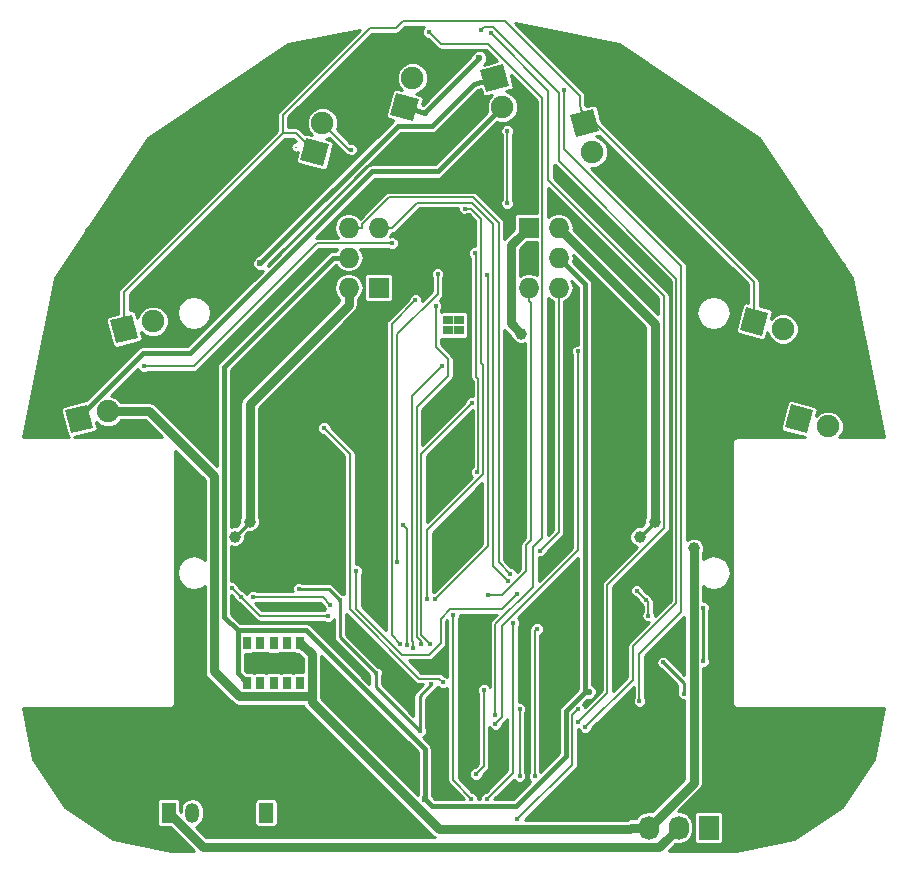
<source format=gbl>
G04 #@! TF.FileFunction,Copper,L2,Bot,Signal*
%FSLAX46Y46*%
G04 Gerber Fmt 4.6, Leading zero omitted, Abs format (unit mm)*
G04 Created by KiCad (PCBNEW 4.0.1-stable) date 2016/09/09 20:04:28*
%MOMM*%
G01*
G04 APERTURE LIST*
%ADD10C,0.100000*%
%ADD11R,1.727200X1.727200*%
%ADD12O,1.727200X1.727200*%
%ADD13R,1.727200X2.032000*%
%ADD14O,1.727200X2.032000*%
%ADD15C,1.900000*%
%ADD16R,0.875000X0.800000*%
%ADD17C,0.800000*%
%ADD18R,1.200000X1.700000*%
%ADD19O,1.200000X1.700000*%
%ADD20R,0.800000X1.100000*%
%ADD21R,0.700000X1.100000*%
%ADD22R,0.700000X1.000000*%
%ADD23R,0.600000X1.100000*%
%ADD24C,0.400000*%
%ADD25C,0.600000*%
%ADD26C,1.000000*%
%ADD27C,0.200000*%
%ADD28C,0.290000*%
%ADD29C,0.440000*%
%ADD30C,0.800000*%
%ADD31C,0.190000*%
%ADD32C,0.254000*%
G04 APERTURE END LIST*
D10*
D11*
X136650000Y-74870000D03*
D12*
X134110000Y-74870000D03*
X136650000Y-72330000D03*
X134110000Y-72330000D03*
X136650000Y-69790000D03*
X134110000Y-69790000D03*
D11*
X149350000Y-69790000D03*
D12*
X151890000Y-69790000D03*
X149350000Y-72330000D03*
X151890000Y-72330000D03*
X149350000Y-74870000D03*
X151890000Y-74870000D03*
D13*
X164590000Y-120590000D03*
D14*
X162050000Y-120590000D03*
X159510000Y-120590000D03*
D10*
G36*
X169102084Y-78928104D02*
X167266825Y-78436348D01*
X167784464Y-76504496D01*
X169619723Y-76996252D01*
X169102084Y-78928104D01*
X169102084Y-78928104D01*
G37*
D15*
X170896726Y-78373700D03*
D10*
G36*
X172912084Y-87183104D02*
X171076825Y-86691348D01*
X171594464Y-84759496D01*
X173429723Y-85251252D01*
X172912084Y-87183104D01*
X172912084Y-87183104D01*
G37*
D15*
X174706726Y-86628700D03*
D10*
G36*
X145761252Y-58309723D02*
X145269496Y-56474464D01*
X147201348Y-55956825D01*
X147693104Y-57792084D01*
X145761252Y-58309723D01*
X145761252Y-58309723D01*
G37*
D15*
X147138700Y-59586726D03*
D10*
G36*
X153381252Y-62119723D02*
X152889496Y-60284464D01*
X154821348Y-59766825D01*
X155313104Y-61602084D01*
X153381252Y-62119723D01*
X153381252Y-62119723D01*
G37*
D15*
X154758700Y-63396726D03*
D10*
G36*
X140073104Y-58927916D02*
X139581348Y-60763175D01*
X137649496Y-60245536D01*
X138141252Y-58410277D01*
X140073104Y-58927916D01*
X140073104Y-58927916D01*
G37*
D15*
X139518700Y-57133274D03*
D10*
G36*
X116279723Y-79093748D02*
X114444464Y-79585504D01*
X113926825Y-77653652D01*
X115762084Y-77161896D01*
X116279723Y-79093748D01*
X116279723Y-79093748D01*
G37*
D15*
X117556726Y-77716300D03*
D10*
G36*
X112469723Y-86713748D02*
X110634464Y-87205504D01*
X110116825Y-85273652D01*
X111952084Y-84781896D01*
X112469723Y-86713748D01*
X112469723Y-86713748D01*
G37*
D15*
X113746726Y-85336300D03*
D10*
G36*
X132453104Y-62737916D02*
X131961348Y-64573175D01*
X130029496Y-64055536D01*
X130521252Y-62220277D01*
X132453104Y-62737916D01*
X132453104Y-62737916D01*
G37*
D15*
X131898700Y-60943274D03*
D16*
X143435000Y-78445000D03*
X143435000Y-77645000D03*
X142565000Y-78445000D03*
X142565000Y-77645000D03*
D17*
X160145000Y-98365000D03*
X161145000Y-98365000D03*
X159145000Y-98365000D03*
D18*
X118870000Y-119320000D03*
D19*
X120870000Y-119320000D03*
D18*
X127125000Y-119320000D03*
D19*
X129125000Y-119320000D03*
D17*
X125855000Y-98365000D03*
X126855000Y-98365000D03*
X124855000Y-98365000D03*
D20*
X127760000Y-106620000D03*
D21*
X130010000Y-108320000D03*
D22*
X128910000Y-108320000D03*
D20*
X127760000Y-108320000D03*
D22*
X126610000Y-108320000D03*
D21*
X125510000Y-108320000D03*
D23*
X125560000Y-106620000D03*
D21*
X125510000Y-104920000D03*
D22*
X126610000Y-104920000D03*
D20*
X127760000Y-104920000D03*
D22*
X128910000Y-104920000D03*
D21*
X130010000Y-104920000D03*
D23*
X129960000Y-106620000D03*
D21*
X126610000Y-106620000D03*
D24*
X160761700Y-106609400D03*
X133393000Y-101317500D03*
X162485500Y-109241800D03*
X136408100Y-107497500D03*
X140134900Y-112393000D03*
X164129000Y-106513100D03*
X164129000Y-101964600D03*
X129915000Y-100381400D03*
X141109200Y-108466700D03*
D25*
X113000000Y-116000000D03*
X133000000Y-116000000D03*
X133000000Y-117000000D03*
X133000000Y-118000000D03*
X133000000Y-119000000D03*
X133000000Y-120000000D03*
X133000000Y-121000000D03*
X131000000Y-120000000D03*
X131000000Y-119000000D03*
X131000000Y-118219900D03*
X131000000Y-117000000D03*
X130000000Y-117000000D03*
X129000000Y-117000000D03*
X159000000Y-117000000D03*
X158000000Y-117000000D03*
X157000000Y-117000000D03*
X156000000Y-117000000D03*
X155000000Y-117000000D03*
X154000000Y-117000000D03*
X153000000Y-117000000D03*
X158000000Y-119000000D03*
X157000000Y-119000000D03*
X156000000Y-119000000D03*
X155000000Y-119000000D03*
X154000000Y-119000000D03*
X153000000Y-119000000D03*
X113155000Y-86935000D03*
X114425000Y-86935000D03*
X151255000Y-91380000D03*
X151255000Y-92650000D03*
X154430000Y-70425000D03*
X154430000Y-67885000D03*
X153795000Y-67250000D03*
X156335000Y-65345000D03*
X156335000Y-64710000D03*
X128000000Y-95000000D03*
X129000000Y-95000000D03*
X130000000Y-95000000D03*
X131000000Y-95000000D03*
X132000000Y-95000000D03*
X133000000Y-95000000D03*
X128000000Y-94000000D03*
X128000000Y-90000000D03*
X128000000Y-89000000D03*
X128000000Y-88000000D03*
X128000000Y-87000000D03*
X128000000Y-86000000D03*
X128000000Y-85000000D03*
X135000000Y-82000000D03*
X134000000Y-82000000D03*
X133000000Y-82000000D03*
X132000000Y-82000000D03*
X136000000Y-86000000D03*
X136000000Y-87000000D03*
X136000000Y-88000000D03*
X136000000Y-89000000D03*
X129000000Y-78000000D03*
X129000000Y-79000000D03*
X128000000Y-80000000D03*
X131000000Y-82000000D03*
X152500000Y-96500000D03*
X144000000Y-114500000D03*
X151000000Y-110500000D03*
X159500000Y-111000000D03*
X157000000Y-111000000D03*
X152500000Y-108500000D03*
X151000000Y-113500000D03*
X166000000Y-113000000D03*
X165000000Y-113000000D03*
X168500000Y-118000000D03*
X168500000Y-117000000D03*
X168500000Y-116000000D03*
X168500000Y-115000000D03*
X129000000Y-111000000D03*
X128000000Y-111000000D03*
X127000000Y-111000000D03*
X126000000Y-111000000D03*
X125000000Y-111000000D03*
X129500000Y-102000000D03*
X143500000Y-84000000D03*
X141250000Y-91000000D03*
X141000000Y-85000000D03*
X141000000Y-86000000D03*
X141000000Y-87000000D03*
X142250000Y-96500000D03*
X142250000Y-97250000D03*
X141500000Y-99750000D03*
X141250000Y-92000000D03*
X141250000Y-93000000D03*
X145250000Y-95000000D03*
X145250000Y-94000000D03*
X145250000Y-93000000D03*
X145250000Y-92000000D03*
X143750000Y-97250000D03*
X143750000Y-96500000D03*
X118000000Y-70000000D03*
X123000000Y-66000000D03*
X123000000Y-65000000D03*
X130000000Y-65000000D03*
X134000000Y-61000000D03*
X135000000Y-61000000D03*
X136000000Y-61000000D03*
X137000000Y-61000000D03*
X150000000Y-53000000D03*
X151000000Y-54000000D03*
X152000000Y-55000000D03*
X153000000Y-56000000D03*
X154000000Y-57000000D03*
X155000000Y-58000000D03*
X167000000Y-72000000D03*
X165000000Y-75000000D03*
X165000000Y-74000000D03*
X164000000Y-79000000D03*
X166000000Y-79000000D03*
X165000000Y-79000000D03*
X158000000Y-88000000D03*
X157000000Y-88000000D03*
X152500000Y-83000000D03*
X152500000Y-82000000D03*
X152500000Y-88000000D03*
X152500000Y-89000000D03*
X152500000Y-90000000D03*
X152500000Y-91000000D03*
X152500000Y-92000000D03*
X152500000Y-93000000D03*
X120000000Y-109000000D03*
X118000000Y-112000000D03*
X118000000Y-111000000D03*
X112000000Y-113000000D03*
X110000000Y-112000000D03*
X172000000Y-119000000D03*
X172000000Y-118000000D03*
X172000000Y-117000000D03*
X172000000Y-116000000D03*
X139000000Y-121000000D03*
X138000000Y-121000000D03*
X137000000Y-121000000D03*
X127000000Y-121000000D03*
X126000000Y-121000000D03*
X125000000Y-121000000D03*
X124000000Y-121000000D03*
X128000000Y-121000000D03*
X129000000Y-121000000D03*
X132000000Y-121000000D03*
X131000000Y-121000000D03*
X130000000Y-121000000D03*
X133000000Y-115000000D03*
X132000000Y-115000000D03*
X131000000Y-115000000D03*
X130000000Y-115000000D03*
X129000000Y-115000000D03*
X128000000Y-115000000D03*
X127000000Y-115000000D03*
X126000000Y-115000000D03*
X125000000Y-115000000D03*
X124000000Y-115000000D03*
X123000000Y-115000000D03*
X122000000Y-115000000D03*
X121000000Y-115000000D03*
X120000000Y-115000000D03*
X116000000Y-115000000D03*
X115000000Y-115000000D03*
X116000000Y-121000000D03*
X116000000Y-120000000D03*
X162000000Y-66000000D03*
X162000000Y-65000000D03*
X162000000Y-64000000D03*
X162000000Y-63000000D03*
X143060650Y-70060650D03*
X142000000Y-71000000D03*
X158000000Y-79000000D03*
X157000000Y-79000000D03*
X156000000Y-79000000D03*
X155000000Y-79000000D03*
X159000000Y-82000000D03*
X158000000Y-82000000D03*
X157000000Y-82000000D03*
X156000000Y-82000000D03*
X155000000Y-82000000D03*
X158000000Y-104000000D03*
X160000000Y-108000000D03*
X151000000Y-106000000D03*
X145000000Y-103000000D03*
X142000000Y-118000000D03*
X142000000Y-114000000D03*
X142000000Y-113000000D03*
X142000000Y-109000000D03*
X144000000Y-110000000D03*
X144000000Y-108000000D03*
X145000000Y-108000000D03*
X145000000Y-106000000D03*
X144000000Y-106000000D03*
X142000000Y-106000000D03*
X139000000Y-115000000D03*
X132000000Y-104000000D03*
X136000000Y-105000000D03*
X135000000Y-104000000D03*
X135000000Y-110000000D03*
X136000000Y-111000000D03*
X135000000Y-112000000D03*
X134000000Y-111000000D03*
X125000000Y-103000000D03*
X121000000Y-106000000D03*
X120000000Y-106000000D03*
X121000000Y-101000000D03*
X121000000Y-102000000D03*
X121000000Y-103000000D03*
X158000000Y-94000000D03*
X157000000Y-94000000D03*
X156000000Y-94000000D03*
X155000000Y-94000000D03*
X148000000Y-94000000D03*
X148000000Y-83000000D03*
X148000000Y-84000000D03*
X148000000Y-85000000D03*
X148000000Y-86000000D03*
X148000000Y-87000000D03*
X148000000Y-88000000D03*
X148000000Y-89000000D03*
X148000000Y-90000000D03*
X148000000Y-91000000D03*
X148000000Y-92000000D03*
X148000000Y-93000000D03*
X153000000Y-106000000D03*
X152000000Y-101000000D03*
X151000000Y-102000000D03*
X150000000Y-102000000D03*
D24*
X154904500Y-107206100D03*
X155000000Y-106000000D03*
D25*
X166000000Y-101000000D03*
X166000000Y-102000000D03*
X166000000Y-109000000D03*
X166000000Y-108000000D03*
X177000000Y-111000000D03*
X177000000Y-112000000D03*
X177000000Y-113000000D03*
X177000000Y-114000000D03*
X177000000Y-115000000D03*
X177000000Y-116000000D03*
X165000000Y-118000000D03*
X165000000Y-117000000D03*
X165000000Y-116000000D03*
X165000000Y-115000000D03*
X121000000Y-87000000D03*
X121000000Y-86000000D03*
X121000000Y-85000000D03*
X121000000Y-84000000D03*
X121000000Y-83000000D03*
X121000000Y-91000000D03*
X121000000Y-92000000D03*
X121000000Y-93000000D03*
X121000000Y-94000000D03*
X121000000Y-95000000D03*
X121000000Y-96000000D03*
X121000000Y-97000000D03*
X121000000Y-79000000D03*
X165000000Y-96000000D03*
X165000000Y-95000000D03*
X165000000Y-94000000D03*
X165000000Y-93000000D03*
X165000000Y-92000000D03*
X165000000Y-91000000D03*
X165000000Y-90000000D03*
X165000000Y-89000000D03*
X165000000Y-88000000D03*
X165000000Y-87000000D03*
X165000000Y-86000000D03*
X165000000Y-85000000D03*
X165000000Y-84000000D03*
X165000000Y-83000000D03*
X165000000Y-82000000D03*
X170000000Y-83000000D03*
X170000000Y-84000000D03*
X170000000Y-85000000D03*
X170000000Y-86000000D03*
X170000000Y-87000000D03*
X178000000Y-87000000D03*
X178000000Y-86000000D03*
X178000000Y-85000000D03*
X176000000Y-75000000D03*
X176000000Y-74000000D03*
X176000000Y-73000000D03*
X149000000Y-60000000D03*
X149000000Y-61000000D03*
X149000000Y-63500000D03*
X158000000Y-56000000D03*
X159000000Y-57000000D03*
X165000000Y-61000000D03*
X166000000Y-62000000D03*
X167000000Y-63000000D03*
X168000000Y-64000000D03*
X169000000Y-65000000D03*
X170000000Y-66000000D03*
X171000000Y-67000000D03*
X168000000Y-71000000D03*
X146000000Y-63000000D03*
X146000000Y-64000000D03*
X140000000Y-64000000D03*
X140000000Y-63000000D03*
X143000000Y-55000000D03*
X127000000Y-57000000D03*
X128000000Y-56000000D03*
X136000000Y-54000000D03*
X108000000Y-85000000D03*
X108000000Y-84000000D03*
X121000000Y-61000000D03*
X120000000Y-62000000D03*
X119000000Y-63000000D03*
X118000000Y-64000000D03*
X117000000Y-65000000D03*
X116000000Y-66000000D03*
X115000000Y-67000000D03*
X111000000Y-74000000D03*
X111000000Y-75000000D03*
X140000000Y-55000000D03*
X138000000Y-56000000D03*
X115000000Y-81000000D03*
X108000000Y-87000000D03*
X108000000Y-86000000D03*
X144292900Y-75180900D03*
X144279800Y-68841500D03*
X143878300Y-81202900D03*
D24*
X144494900Y-118133400D03*
X142945400Y-102581900D03*
D26*
X163328500Y-96932300D03*
D25*
X140575700Y-118190100D03*
X154432100Y-109084700D03*
D24*
X147555000Y-61616300D03*
X147555000Y-67738900D03*
X143938100Y-68173500D03*
X140769500Y-101227300D03*
X134355900Y-63178200D03*
X141650000Y-73688100D03*
X138250600Y-98071200D03*
X137774700Y-71121800D03*
X116797500Y-81530900D03*
X145827300Y-73843000D03*
X141411400Y-101227300D03*
X144831800Y-71963900D03*
X144982000Y-90485400D03*
X146538500Y-111093800D03*
X140906600Y-53226600D03*
X154161900Y-112092100D03*
X145339400Y-53073600D03*
X153557300Y-111632400D03*
X146130300Y-53322700D03*
D26*
X125728000Y-94682000D03*
X124458000Y-95952000D03*
D24*
X147596400Y-99683000D03*
X147791100Y-99082600D03*
D26*
X148713600Y-78758400D03*
X160018000Y-94682000D03*
X158748000Y-95952000D03*
D24*
X145918400Y-100880000D03*
X150332400Y-97136700D03*
X149867100Y-116233900D03*
X150063100Y-103749700D03*
X148404700Y-119887300D03*
X153551800Y-110583200D03*
X145824800Y-118141700D03*
X148041000Y-103280600D03*
X148590000Y-116228600D03*
X148590000Y-110567700D03*
X144893900Y-116066500D03*
X145548900Y-108939400D03*
X134778900Y-98856100D03*
X148407000Y-100784900D03*
X146546800Y-111810900D03*
X153514700Y-80269600D03*
X142085400Y-108297400D03*
X132021000Y-86758600D03*
X126028500Y-101062800D03*
X132577700Y-101718100D03*
X124966000Y-101032000D03*
X124204000Y-100270000D03*
X132349400Y-102663800D03*
X159256000Y-101286000D03*
X158494000Y-100524000D03*
X159493400Y-102634100D03*
X139769000Y-75892800D03*
X138464200Y-105036800D03*
X138761100Y-94949800D03*
X139080600Y-105088000D03*
X142050600Y-81475400D03*
X139606800Y-105410800D03*
X141479300Y-76403200D03*
X140253600Y-105040000D03*
X144567600Y-84635000D03*
X141026900Y-105036800D03*
D25*
X145164500Y-55450200D03*
X126650700Y-72797300D03*
D24*
X158736200Y-109889900D03*
X152388900Y-58134700D03*
D27*
X129661700Y-62973500D02*
X129661600Y-62973400D01*
X129661600Y-62973400D02*
X129661700Y-62973500D01*
D28*
X136408100Y-108666200D02*
X136408100Y-107497500D01*
X140134900Y-112393000D02*
X136408100Y-108666200D01*
X133393000Y-104482400D02*
X133393000Y-101317500D01*
X136408100Y-107497500D02*
X133393000Y-104482400D01*
X132456900Y-100381400D02*
X129915000Y-100381400D01*
X133393000Y-101317500D02*
X132456900Y-100381400D01*
X162485500Y-108333200D02*
X162485500Y-109241800D01*
X160761700Y-106609400D02*
X162485500Y-108333200D01*
X164129000Y-106513100D02*
X164129000Y-101964600D01*
X140134900Y-109441000D02*
X141109200Y-108466700D01*
X140134900Y-112393000D02*
X140134900Y-109441000D01*
D29*
X131000000Y-117000000D02*
X133000000Y-115000000D01*
X133000000Y-116000000D02*
X133000000Y-115000000D01*
X133000000Y-117000000D02*
X133000000Y-118000000D01*
X133000000Y-119000000D02*
X133000000Y-120000000D01*
X129125000Y-119320000D02*
X129125000Y-117125000D01*
X131000000Y-118219900D02*
X131000000Y-119000000D01*
X130000000Y-117000000D02*
X131000000Y-117000000D01*
X129125000Y-117125000D02*
X129000000Y-117000000D01*
X159000000Y-117000000D02*
X158000000Y-117000000D01*
X157000000Y-117000000D02*
X156000000Y-117000000D01*
X155000000Y-117000000D02*
X154000000Y-117000000D01*
X157000000Y-119000000D02*
X158000000Y-119000000D01*
X155000000Y-119000000D02*
X156000000Y-119000000D01*
X153000000Y-119000000D02*
X154000000Y-119000000D01*
X114425000Y-86935000D02*
X113155000Y-86935000D01*
X151255000Y-92650000D02*
X151255000Y-91380000D01*
X153795000Y-67250000D02*
X154430000Y-67885000D01*
X156335000Y-64710000D02*
X156335000Y-65345000D01*
X128000000Y-95000000D02*
X129000000Y-95000000D01*
X130000000Y-95000000D02*
X131000000Y-95000000D01*
X131000000Y-82000000D02*
X128000000Y-85000000D01*
X128000000Y-90000000D02*
X128000000Y-94000000D01*
X128000000Y-88000000D02*
X128000000Y-89000000D01*
X128000000Y-86000000D02*
X128000000Y-87000000D01*
X132000000Y-82000000D02*
X131000000Y-82000000D01*
X135000000Y-85000000D02*
X135000000Y-82000000D01*
X134000000Y-82000000D02*
X133000000Y-82000000D01*
X136000000Y-87000000D02*
X136000000Y-86000000D01*
X136000000Y-89000000D02*
X136000000Y-88000000D01*
X136000000Y-86000000D02*
X135000000Y-85000000D01*
X128000000Y-80000000D02*
X129000000Y-79000000D01*
X144000000Y-110000000D02*
X144000000Y-114500000D01*
X151000000Y-113500000D02*
X151000000Y-110500000D01*
X152500000Y-109000000D02*
X151000000Y-110500000D01*
X159500000Y-111000000D02*
X157000000Y-111000000D01*
X152500000Y-108500000D02*
X152500000Y-109000000D01*
X165000000Y-115000000D02*
X165000000Y-113000000D01*
X166000000Y-113000000D02*
X167000000Y-113000000D01*
X165000000Y-115000000D02*
X168500000Y-115000000D01*
X168500000Y-116000000D02*
X168500000Y-117000000D01*
X127000000Y-111000000D02*
X128000000Y-111000000D01*
X125000000Y-111000000D02*
X126000000Y-111000000D01*
X141000000Y-87000000D02*
X141000000Y-86000000D01*
X142250000Y-97250000D02*
X142250000Y-99000000D01*
X142250000Y-96500000D02*
X142250000Y-97250000D01*
X142250000Y-99000000D02*
X141500000Y-99750000D01*
X141250000Y-93000000D02*
X141250000Y-92000000D01*
X145250000Y-94000000D02*
X145250000Y-95000000D01*
X145250000Y-92000000D02*
X145250000Y-93000000D01*
X143750000Y-97250000D02*
X143750000Y-96500000D01*
X118000000Y-70000000D02*
X122000000Y-66000000D01*
X122000000Y-66000000D02*
X123000000Y-66000000D01*
X138000000Y-56000000D02*
X136000000Y-58000000D01*
X136000000Y-61000000D02*
X135000000Y-61000000D01*
X136000000Y-60000000D02*
X137000000Y-61000000D01*
X136000000Y-58000000D02*
X136000000Y-60000000D01*
X150000000Y-53000000D02*
X151000000Y-54000000D01*
X152000000Y-55000000D02*
X153000000Y-56000000D01*
X154000000Y-57000000D02*
X155000000Y-58000000D01*
X165000000Y-74000000D02*
X165000000Y-75000000D01*
X165000000Y-82000000D02*
X165000000Y-79000000D01*
X166000000Y-79000000D02*
X164000000Y-79000000D01*
X157000000Y-88000000D02*
X158000000Y-88000000D01*
X152500000Y-82000000D02*
X152500000Y-83000000D01*
X152500000Y-89000000D02*
X152500000Y-88000000D01*
X152500000Y-91000000D02*
X152500000Y-90000000D01*
X152500000Y-93000000D02*
X152500000Y-92000000D01*
X118000000Y-111000000D02*
X118000000Y-112000000D01*
X112000000Y-113000000D02*
X111000000Y-113000000D01*
X111000000Y-113000000D02*
X110000000Y-112000000D01*
X172000000Y-118000000D02*
X172000000Y-119000000D01*
X172000000Y-116000000D02*
X172000000Y-117000000D01*
X137000000Y-121000000D02*
X138000000Y-121000000D01*
X124000000Y-115000000D02*
X124000000Y-121000000D01*
X127000000Y-121000000D02*
X129000000Y-121000000D01*
X125000000Y-121000000D02*
X126000000Y-121000000D01*
X129000000Y-121000000D02*
X128000000Y-121000000D01*
X129000000Y-121000000D02*
X130000000Y-121000000D01*
X131000000Y-121000000D02*
X132000000Y-121000000D01*
X115000000Y-115000000D02*
X115000000Y-119000000D01*
X132000000Y-115000000D02*
X131000000Y-115000000D01*
X130000000Y-115000000D02*
X129000000Y-115000000D01*
X128000000Y-115000000D02*
X127000000Y-115000000D01*
X126000000Y-115000000D02*
X125000000Y-115000000D01*
X124000000Y-115000000D02*
X123000000Y-115000000D01*
X122000000Y-115000000D02*
X121000000Y-115000000D01*
X120000000Y-115000000D02*
X116000000Y-115000000D01*
X115000000Y-119000000D02*
X116000000Y-120000000D01*
X165000000Y-61000000D02*
X164000000Y-61000000D01*
X162000000Y-64000000D02*
X162000000Y-65000000D01*
X164000000Y-61000000D02*
X162000000Y-63000000D01*
X142000000Y-71000000D02*
X142121300Y-71000000D01*
X142121300Y-71000000D02*
X142000000Y-71000000D01*
X142000000Y-71000000D02*
X142000000Y-71121300D01*
X155000000Y-82000000D02*
X155000000Y-79000000D01*
X156000000Y-79000000D02*
X157000000Y-79000000D01*
X155000000Y-94000000D02*
X155000000Y-82000000D01*
X158000000Y-82000000D02*
X159000000Y-82000000D01*
X156000000Y-82000000D02*
X157000000Y-82000000D01*
X153000000Y-106000000D02*
X151000000Y-106000000D01*
X145000000Y-106000000D02*
X145000000Y-103000000D01*
X142000000Y-118000000D02*
X142000000Y-114000000D01*
X142000000Y-113000000D02*
X142000000Y-109000000D01*
X144000000Y-110000000D02*
X144000000Y-108000000D01*
X145000000Y-108000000D02*
X145000000Y-106000000D01*
X135000000Y-104000000D02*
X136000000Y-105000000D01*
X136000000Y-111000000D02*
X135000000Y-110000000D01*
X134000000Y-111000000D02*
X135000000Y-112000000D01*
X120000000Y-106000000D02*
X121000000Y-106000000D01*
X121000000Y-103000000D02*
X121000000Y-102000000D01*
X158000000Y-94000000D02*
X157000000Y-94000000D01*
X156000000Y-94000000D02*
X155000000Y-94000000D01*
X148000000Y-85000000D02*
X148000000Y-84000000D01*
X148000000Y-87000000D02*
X148000000Y-86000000D01*
X148000000Y-89000000D02*
X148000000Y-88000000D01*
X148000000Y-91000000D02*
X148000000Y-90000000D01*
X148000000Y-93000000D02*
X148000000Y-92000000D01*
X153000000Y-106000000D02*
X153000000Y-105000000D01*
X151000000Y-102000000D02*
X152000000Y-101000000D01*
X153000000Y-105000000D02*
X150000000Y-102000000D01*
D27*
X155000000Y-107110600D02*
X155000000Y-106000000D01*
X154904500Y-107206100D02*
X155000000Y-107110600D01*
D29*
X166000000Y-102000000D02*
X166000000Y-101000000D01*
X166000000Y-108000000D02*
X166000000Y-109000000D01*
X177000000Y-111000000D02*
X177000000Y-112000000D01*
X177000000Y-113000000D02*
X177000000Y-114000000D01*
X177000000Y-115000000D02*
X177000000Y-116000000D01*
X165000000Y-117000000D02*
X165000000Y-118000000D01*
X165000000Y-115000000D02*
X165000000Y-116000000D01*
X129125000Y-119320000D02*
X129680000Y-119320000D01*
X129125000Y-119320000D02*
X129125000Y-118875000D01*
X121000000Y-87000000D02*
X121000000Y-86000000D01*
X121000000Y-85000000D02*
X121000000Y-84000000D01*
X121000000Y-93000000D02*
X121000000Y-92000000D01*
X121000000Y-95000000D02*
X121000000Y-94000000D01*
X121000000Y-97000000D02*
X121000000Y-96000000D01*
X165000000Y-94000000D02*
X165000000Y-95000000D01*
X165000000Y-92000000D02*
X165000000Y-93000000D01*
X165000000Y-90000000D02*
X165000000Y-91000000D01*
X165000000Y-88000000D02*
X165000000Y-89000000D01*
X165000000Y-86000000D02*
X165000000Y-87000000D01*
X165000000Y-84000000D02*
X165000000Y-85000000D01*
X165000000Y-82000000D02*
X165000000Y-83000000D01*
X170000000Y-85000000D02*
X170000000Y-84000000D01*
X170000000Y-87000000D02*
X170000000Y-86000000D01*
X171000000Y-67000000D02*
X174000000Y-70000000D01*
X178000000Y-85000000D02*
X178000000Y-86000000D01*
X176000000Y-74000000D02*
X176000000Y-75000000D01*
X174000000Y-71000000D02*
X176000000Y-73000000D01*
X174000000Y-70000000D02*
X174000000Y-71000000D01*
X149000000Y-63500000D02*
X149000000Y-61000000D01*
X159000000Y-57000000D02*
X158000000Y-56000000D01*
X166000000Y-62000000D02*
X165000000Y-61000000D01*
X168000000Y-64000000D02*
X167000000Y-63000000D01*
X170000000Y-66000000D02*
X169000000Y-65000000D01*
X171000000Y-68000000D02*
X171000000Y-67000000D01*
X168000000Y-71000000D02*
X171000000Y-68000000D01*
X146000000Y-64000000D02*
X146000000Y-63000000D01*
X140000000Y-63000000D02*
X140000000Y-64000000D01*
X127000000Y-57000000D02*
X128000000Y-56000000D01*
X108000000Y-84000000D02*
X108000000Y-81000000D01*
X108000000Y-86000000D02*
X108000000Y-85000000D01*
X120000000Y-62000000D02*
X121000000Y-61000000D01*
X118000000Y-64000000D02*
X119000000Y-63000000D01*
X116000000Y-66000000D02*
X117000000Y-65000000D01*
X112000000Y-70000000D02*
X115000000Y-67000000D01*
X112000000Y-73000000D02*
X112000000Y-70000000D01*
X111000000Y-74000000D02*
X112000000Y-73000000D01*
X111000000Y-78000000D02*
X111000000Y-75000000D01*
X108000000Y-81000000D02*
X111000000Y-78000000D01*
X139000000Y-55000000D02*
X140000000Y-55000000D01*
X138000000Y-56000000D02*
X139000000Y-55000000D01*
X114000000Y-80000000D02*
X108000000Y-86000000D01*
X115000000Y-81000000D02*
X114000000Y-80000000D01*
X108000000Y-86000000D02*
X108000000Y-87000000D01*
X141443700Y-71677600D02*
X142000000Y-71121300D01*
X142000000Y-71121300D02*
X143060650Y-70060650D01*
X143060650Y-70060650D02*
X144279800Y-68841500D01*
X141443700Y-72330000D02*
X141443700Y-71677600D01*
X136650000Y-72330000D02*
X141443700Y-72330000D01*
X144292900Y-75179200D02*
X144292900Y-75180900D01*
X141443700Y-72330000D02*
X144292900Y-75179200D01*
X144292900Y-80788300D02*
X143878300Y-81202900D01*
X144292900Y-75180900D02*
X144292900Y-80788300D01*
D27*
X142945400Y-116583900D02*
X142945400Y-102581900D01*
X144494900Y-118133400D02*
X142945400Y-116583900D01*
D30*
X163328500Y-116771500D02*
X159510000Y-120590000D01*
X163328500Y-96932300D02*
X163328500Y-116771500D01*
X159510000Y-120590000D02*
X158046100Y-120590000D01*
X117235100Y-85336300D02*
X113746700Y-85336300D01*
X122715700Y-90816900D02*
X117235100Y-85336300D01*
X122715700Y-107337200D02*
X122715700Y-90816900D01*
X124863900Y-109485400D02*
X122715700Y-107337200D01*
X131003800Y-109485400D02*
X124863900Y-109485400D01*
X131003800Y-109955200D02*
X131003800Y-109485400D01*
X141755700Y-120707100D02*
X131003800Y-109955200D01*
X157929000Y-120707100D02*
X141755700Y-120707100D01*
X158046100Y-120590000D02*
X157929000Y-120707100D01*
X131003800Y-105913800D02*
X130010000Y-104920000D01*
X131003800Y-109485400D02*
X131003800Y-105913800D01*
D29*
X134110000Y-72330000D02*
X132826100Y-72330000D01*
X154140300Y-74580300D02*
X151890000Y-72330000D01*
X154140300Y-109084700D02*
X154140300Y-74580300D01*
X152499700Y-110725300D02*
X154140300Y-109084700D01*
X152499700Y-114547700D02*
X152499700Y-110725300D01*
X148245900Y-118801500D02*
X152499700Y-114547700D01*
X141187100Y-118801500D02*
X148245900Y-118801500D01*
X140575700Y-118190100D02*
X141187100Y-118801500D01*
X154140300Y-109084700D02*
X154432100Y-109084700D01*
X124708100Y-107518100D02*
X124708100Y-103894100D01*
X125510000Y-108320000D02*
X124708100Y-107518100D01*
X130510200Y-103894100D02*
X124708100Y-103894100D01*
X140575700Y-113959600D02*
X130510200Y-103894100D01*
X140575700Y-118190100D02*
X140575700Y-113959600D01*
X123536100Y-81620000D02*
X132826100Y-72330000D01*
X123536100Y-102722100D02*
X123536100Y-81620000D01*
X124708100Y-103894100D02*
X123536100Y-102722100D01*
D27*
X168443274Y-77716300D02*
X168443274Y-74405274D01*
X168443274Y-74405274D02*
X154981274Y-60943274D01*
X154981274Y-60943274D02*
X154101300Y-60943274D01*
X128522000Y-61789000D02*
X129633574Y-61789000D01*
X129633574Y-61789000D02*
X131241300Y-63396726D01*
X115103274Y-78373700D02*
X115103274Y-75207726D01*
X138146800Y-52899000D02*
X138717900Y-52327900D01*
X135888000Y-52899000D02*
X138146800Y-52899000D01*
X128522000Y-60265000D02*
X135888000Y-52899000D01*
X128522000Y-61789000D02*
X128522000Y-60265000D01*
X115103274Y-75207726D02*
X128522000Y-61789000D01*
X154101300Y-60943300D02*
X153687500Y-59398900D01*
X147351000Y-52327900D02*
X138717900Y-52327900D01*
X153687500Y-58664400D02*
X147351000Y-52327900D01*
X153687500Y-59398900D02*
X153687500Y-58664400D01*
X147555000Y-67738900D02*
X147555000Y-61616300D01*
X144460800Y-68173500D02*
X143938100Y-68173500D01*
X145334100Y-69046800D02*
X144460800Y-68173500D01*
X145334100Y-72954900D02*
X145334100Y-69046800D01*
X145327000Y-72962000D02*
X145334100Y-72954900D01*
X145327000Y-81240900D02*
X145327000Y-72962000D01*
X145499000Y-81412900D02*
X145327000Y-81240900D01*
X145499000Y-90676000D02*
X145499000Y-81412900D01*
X140769500Y-95405500D02*
X145499000Y-90676000D01*
X140769500Y-101227300D02*
X140769500Y-95405500D01*
X134133600Y-63178200D02*
X134355900Y-63178200D01*
X131898700Y-60943300D02*
X134133600Y-63178200D01*
X138250600Y-78792700D02*
X138250600Y-98071200D01*
X141650000Y-75393300D02*
X138250600Y-78792700D01*
X141650000Y-73688100D02*
X141650000Y-75393300D01*
X121006200Y-81530900D02*
X116797500Y-81530900D01*
X131415300Y-71121800D02*
X121006200Y-81530900D01*
X137774700Y-71121800D02*
X131415300Y-71121800D01*
X145899300Y-73915000D02*
X145827300Y-73843000D01*
X145899300Y-96739400D02*
X145899300Y-73915000D01*
X141411400Y-101227300D02*
X145899300Y-96739400D01*
X144911900Y-72044000D02*
X144831800Y-71963900D01*
X144911900Y-82430100D02*
X144911900Y-72044000D01*
X145098700Y-82616900D02*
X144911900Y-82430100D01*
X145098700Y-90368700D02*
X145098700Y-82616900D01*
X144982000Y-90485400D02*
X145098700Y-90368700D01*
X146538500Y-103378000D02*
X146538500Y-111093800D01*
X149725000Y-100191500D02*
X146538500Y-103378000D01*
X149725000Y-96836600D02*
X149725000Y-100191500D01*
X150514000Y-96047600D02*
X149725000Y-96836600D01*
X150514000Y-58837500D02*
X150514000Y-96047600D01*
X145932300Y-54255800D02*
X150514000Y-58837500D01*
X141935800Y-54255800D02*
X145932300Y-54255800D01*
X140906600Y-53226600D02*
X141935800Y-54255800D01*
X145592200Y-52820800D02*
X145339400Y-53073600D01*
X146353000Y-52820800D02*
X145592200Y-52820800D01*
X151888500Y-58356300D02*
X146353000Y-52820800D01*
X151888500Y-64175500D02*
X151888500Y-58356300D01*
X161853200Y-74140200D02*
X151888500Y-64175500D01*
X161853200Y-101602800D02*
X161853200Y-74140200D01*
X158200400Y-105255600D02*
X161853200Y-101602800D01*
X158200400Y-108053600D02*
X158200400Y-105255600D01*
X154161900Y-112092100D02*
X158200400Y-108053600D01*
X156030800Y-109158900D02*
X153557300Y-111632400D01*
X156030800Y-100047600D02*
X156030800Y-109158900D01*
X160823100Y-95255300D02*
X156030800Y-100047600D01*
X160823100Y-75562400D02*
X160823100Y-95255300D01*
X151037100Y-65776400D02*
X160823100Y-75562400D01*
X151037100Y-58229500D02*
X151037100Y-65776400D01*
X146130300Y-53322700D02*
X151037100Y-58229500D01*
D28*
X124458000Y-95952000D02*
X125728000Y-94682000D01*
D30*
X125728000Y-84715900D02*
X134110000Y-76333900D01*
X125728000Y-94682000D02*
X125728000Y-84715900D01*
X134110000Y-74870000D02*
X134110000Y-76333900D01*
D27*
X136650000Y-69790000D02*
X137813900Y-69790000D01*
X146327600Y-98414200D02*
X147596400Y-99683000D01*
X146327600Y-69474200D02*
X146327600Y-98414200D01*
X144524200Y-67670800D02*
X146327600Y-69474200D01*
X139933100Y-67670800D02*
X144524200Y-67670800D01*
X137813900Y-69790000D02*
X139933100Y-67670800D01*
X134110000Y-69790000D02*
X135273900Y-69790000D01*
X146810900Y-98102400D02*
X147791100Y-99082600D01*
X146810900Y-69391400D02*
X146810900Y-98102400D01*
X144639000Y-67219500D02*
X146810900Y-69391400D01*
X137573100Y-67219500D02*
X144639000Y-67219500D01*
X135273900Y-69518700D02*
X137573100Y-67219500D01*
X135273900Y-69790000D02*
X135273900Y-69518700D01*
D30*
X147856900Y-71283100D02*
X149350000Y-69790000D01*
X147856900Y-77901700D02*
X147856900Y-71283100D01*
X148713600Y-78758400D02*
X147856900Y-77901700D01*
D28*
X158748000Y-95952000D02*
X160018000Y-94682000D01*
D30*
X160018000Y-77918000D02*
X151890000Y-69790000D01*
X160018000Y-94682000D02*
X160018000Y-77918000D01*
D27*
X149350000Y-74870000D02*
X149350000Y-76033900D01*
X147130000Y-100880000D02*
X145918400Y-100880000D01*
X149124700Y-98885300D02*
X147130000Y-100880000D01*
X149124700Y-96670500D02*
X149124700Y-98885300D01*
X149524900Y-96270300D02*
X149124700Y-96670500D01*
X149524900Y-76208800D02*
X149524900Y-96270300D01*
X149350000Y-76033900D02*
X149524900Y-76208800D01*
X151890000Y-95579100D02*
X150332400Y-97136700D01*
X151890000Y-74870000D02*
X151890000Y-95579100D01*
D30*
X160433600Y-122206400D02*
X162050000Y-120590000D01*
X121756400Y-122206400D02*
X160433600Y-122206400D01*
X118870000Y-119320000D02*
X121756400Y-122206400D01*
D27*
X149867100Y-103945700D02*
X149867100Y-116233900D01*
X150063100Y-103749700D02*
X149867100Y-103945700D01*
X153045000Y-111090000D02*
X153551800Y-110583200D01*
X153045000Y-115247000D02*
X153045000Y-111090000D01*
X148404700Y-119887300D02*
X153045000Y-115247000D01*
X148041000Y-115925500D02*
X145824800Y-118141700D01*
X148041000Y-103280600D02*
X148041000Y-115925500D01*
X148590000Y-116228600D02*
X148590000Y-110567700D01*
X145548900Y-115411500D02*
X145548900Y-108939400D01*
X144893900Y-116066500D02*
X145548900Y-115411500D01*
X134778900Y-102059300D02*
X134778900Y-98856100D01*
X138673100Y-105953500D02*
X134778900Y-102059300D01*
X140880300Y-105953500D02*
X138673100Y-105953500D01*
X141911800Y-104922000D02*
X140880300Y-105953500D01*
X141911800Y-102904600D02*
X141911800Y-104922000D01*
X142734800Y-102081600D02*
X141911800Y-102904600D01*
X147110300Y-102081600D02*
X142734800Y-102081600D01*
X148407000Y-100784900D02*
X147110300Y-102081600D01*
X153514700Y-97099300D02*
X153514700Y-80269600D01*
X147098200Y-103515800D02*
X153514700Y-97099300D01*
X147098200Y-111259500D02*
X147098200Y-103515800D01*
X146546800Y-111810900D02*
X147098200Y-111259500D01*
X134227600Y-88965200D02*
X132021000Y-86758600D01*
X134227600Y-102120900D02*
X134227600Y-88965200D01*
X140073000Y-107966300D02*
X134227600Y-102120900D01*
X141754300Y-107966300D02*
X140073000Y-107966300D01*
X142085400Y-108297400D02*
X141754300Y-107966300D01*
X131922400Y-101062800D02*
X132577700Y-101718100D01*
X126028500Y-101062800D02*
X131922400Y-101062800D01*
X124204000Y-100270000D02*
X124966000Y-101032000D01*
X126597800Y-102663800D02*
X132349400Y-102663800D01*
X124966000Y-101032000D02*
X126597800Y-102663800D01*
X158494000Y-100524000D02*
X159256000Y-101286000D01*
X159493400Y-101523400D02*
X159493400Y-102634100D01*
X159256000Y-101286000D02*
X159493400Y-101523400D01*
D31*
X137746800Y-77915000D02*
X139769000Y-75892800D01*
X137746800Y-104319400D02*
X137746800Y-77915000D01*
X138464200Y-105036800D02*
X137746800Y-104319400D01*
X139080600Y-95269300D02*
X138761100Y-94949800D01*
X139080600Y-105088000D02*
X139080600Y-95269300D01*
X139472000Y-84054000D02*
X142050600Y-81475400D01*
X139472000Y-104778800D02*
X139472000Y-84054000D01*
X139606800Y-104913600D02*
X139472000Y-104778800D01*
X139606800Y-105410800D02*
X139606800Y-104913600D01*
X140253600Y-104827700D02*
X140253600Y-105040000D01*
X139863800Y-104437900D02*
X140253600Y-104827700D01*
X139863800Y-85020300D02*
X139863800Y-104437900D01*
X142554800Y-82329300D02*
X139863800Y-85020300D01*
X142554800Y-80954900D02*
X142554800Y-82329300D01*
X141479300Y-79879400D02*
X142554800Y-80954900D01*
X141479300Y-76403200D02*
X141479300Y-79879400D01*
X140263900Y-104273800D02*
X141026900Y-105036800D01*
X140263900Y-88938700D02*
X140263900Y-104273800D01*
X144567600Y-84635000D02*
X140263900Y-88938700D01*
D29*
X140587900Y-60026800D02*
X145164500Y-55450200D01*
X140587900Y-60049300D02*
X140587900Y-60026800D01*
X138861300Y-59586700D02*
X140587900Y-60049300D01*
X141692600Y-65032800D02*
X147138700Y-59586700D01*
X136128400Y-65032800D02*
X141692600Y-65032800D01*
X120722200Y-80439000D02*
X136128400Y-65032800D01*
X116701500Y-80439000D02*
X120722200Y-80439000D01*
X111293300Y-85847200D02*
X116701500Y-80439000D01*
X111293300Y-85993700D02*
X111293300Y-85847200D01*
X138264500Y-61183500D02*
X126650700Y-72797300D01*
X141167200Y-61183500D02*
X138264500Y-61183500D01*
X144754700Y-57596000D02*
X141167200Y-61183500D01*
X144754700Y-57595900D02*
X144754700Y-57596000D01*
X146481300Y-57133300D02*
X144754700Y-57595900D01*
D27*
X152388900Y-63135900D02*
X152388900Y-58134700D01*
X162286500Y-73033500D02*
X152388900Y-63135900D01*
X162286500Y-102301700D02*
X162286500Y-73033500D01*
X158736200Y-105852000D02*
X162286500Y-102301700D01*
X158736200Y-109889900D02*
X158736200Y-105852000D01*
D32*
G36*
X156981365Y-54245999D02*
X168834193Y-62165807D01*
X176754001Y-74018635D01*
X179444363Y-87544000D01*
X175673790Y-87544000D01*
X175834435Y-87383635D01*
X176037495Y-86894614D01*
X176037957Y-86365109D01*
X175835751Y-85875734D01*
X175461661Y-85500991D01*
X174972640Y-85297931D01*
X174443135Y-85297469D01*
X173953760Y-85499675D01*
X173696517Y-85756469D01*
X173804950Y-85351794D01*
X173815832Y-85208539D01*
X173768794Y-85061686D01*
X173668328Y-84944704D01*
X173530265Y-84876025D01*
X171695006Y-84384269D01*
X171551751Y-84373387D01*
X171404898Y-84420425D01*
X171287916Y-84520891D01*
X171219237Y-84658954D01*
X170701598Y-86590806D01*
X170690716Y-86734061D01*
X170737754Y-86880914D01*
X170838220Y-86997896D01*
X170976283Y-87066575D01*
X172758058Y-87544000D01*
X167000000Y-87544000D01*
X166825496Y-87578711D01*
X166677559Y-87677559D01*
X166578711Y-87825496D01*
X166544000Y-88000000D01*
X166544000Y-110000000D01*
X166578711Y-110174504D01*
X166677559Y-110322441D01*
X166825496Y-110421289D01*
X167000000Y-110456000D01*
X179444363Y-110456000D01*
X178580892Y-114796963D01*
X175863630Y-118863630D01*
X171796963Y-121580892D01*
X166955089Y-122544000D01*
X161200500Y-122544000D01*
X161783201Y-121961299D01*
X162050000Y-122014369D01*
X162526288Y-121919629D01*
X162930065Y-121649834D01*
X163199860Y-121246057D01*
X163294600Y-120769769D01*
X163294600Y-120410231D01*
X163199860Y-119933943D01*
X162959354Y-119574000D01*
X163337936Y-119574000D01*
X163337936Y-121606000D01*
X163364503Y-121747190D01*
X163447946Y-121876865D01*
X163575266Y-121963859D01*
X163726400Y-121994464D01*
X165453600Y-121994464D01*
X165594790Y-121967897D01*
X165724465Y-121884454D01*
X165811459Y-121757134D01*
X165842064Y-121606000D01*
X165842064Y-119574000D01*
X165815497Y-119432810D01*
X165732054Y-119303135D01*
X165604734Y-119216141D01*
X165453600Y-119185536D01*
X163726400Y-119185536D01*
X163585210Y-119212103D01*
X163455535Y-119295546D01*
X163368541Y-119422866D01*
X163337936Y-119574000D01*
X162959354Y-119574000D01*
X162930065Y-119530166D01*
X162526288Y-119260371D01*
X162050000Y-119165631D01*
X162036106Y-119168395D01*
X163880750Y-117323751D01*
X164050050Y-117070376D01*
X164079162Y-116924018D01*
X164109500Y-116771500D01*
X164109500Y-107094082D01*
X164244061Y-107094200D01*
X164457680Y-107005935D01*
X164621260Y-106842640D01*
X164709898Y-106629175D01*
X164710100Y-106398039D01*
X164655000Y-106264686D01*
X164655000Y-102212885D01*
X164709898Y-102080675D01*
X164710100Y-101849539D01*
X164621835Y-101635920D01*
X164458540Y-101472340D01*
X164245075Y-101383702D01*
X164109500Y-101383584D01*
X164109500Y-100122456D01*
X164442813Y-100345169D01*
X165000000Y-100456000D01*
X165557187Y-100345169D01*
X166029547Y-100029547D01*
X166345169Y-99557187D01*
X166456000Y-99000000D01*
X166345169Y-98442813D01*
X166029547Y-97970453D01*
X165557187Y-97654831D01*
X165000000Y-97544000D01*
X164442813Y-97654831D01*
X164109500Y-97877544D01*
X164109500Y-97348769D01*
X164209347Y-97108311D01*
X164209653Y-96757827D01*
X164075811Y-96433905D01*
X163828198Y-96185860D01*
X163504511Y-96051453D01*
X163154027Y-96051147D01*
X162830105Y-96184989D01*
X162767500Y-96247485D01*
X162767500Y-77000000D01*
X163544000Y-77000000D01*
X163654831Y-77557187D01*
X163970453Y-78029547D01*
X164442813Y-78345169D01*
X165000000Y-78456000D01*
X165557187Y-78345169D01*
X166029547Y-78029547D01*
X166345169Y-77557187D01*
X166456000Y-77000000D01*
X166345169Y-76442813D01*
X166029547Y-75970453D01*
X165557187Y-75654831D01*
X165000000Y-75544000D01*
X164442813Y-75654831D01*
X163970453Y-75970453D01*
X163654831Y-76442813D01*
X163544000Y-77000000D01*
X162767500Y-77000000D01*
X162767500Y-73033500D01*
X162730886Y-72849429D01*
X162626618Y-72693382D01*
X154660878Y-64727642D01*
X155022291Y-64727957D01*
X155511666Y-64525751D01*
X155886409Y-64151661D01*
X156089469Y-63662640D01*
X156089931Y-63133135D01*
X155887725Y-62643760D01*
X155513635Y-62269017D01*
X155047441Y-62075436D01*
X155351679Y-61993915D01*
X167962274Y-74604510D01*
X167962274Y-76149973D01*
X167885006Y-76129269D01*
X167741751Y-76118387D01*
X167594898Y-76165425D01*
X167477916Y-76265891D01*
X167409237Y-76403954D01*
X166891598Y-78335806D01*
X166880716Y-78479061D01*
X166927754Y-78625914D01*
X167028220Y-78742896D01*
X167166283Y-78811575D01*
X169001542Y-79303331D01*
X169144797Y-79314213D01*
X169291650Y-79267175D01*
X169408632Y-79166709D01*
X169477311Y-79028646D01*
X169575613Y-78661778D01*
X169767701Y-79126666D01*
X170141791Y-79501409D01*
X170630812Y-79704469D01*
X171160317Y-79704931D01*
X171649692Y-79502725D01*
X172024435Y-79128635D01*
X172227495Y-78639614D01*
X172227957Y-78110109D01*
X172025751Y-77620734D01*
X171651661Y-77245991D01*
X171162640Y-77042931D01*
X170633135Y-77042469D01*
X170143760Y-77244675D01*
X169886517Y-77501469D01*
X169994950Y-77096794D01*
X170005832Y-76953539D01*
X169958794Y-76806686D01*
X169858328Y-76689704D01*
X169720265Y-76621025D01*
X168924274Y-76407740D01*
X168924274Y-74405274D01*
X168887660Y-74221203D01*
X168783392Y-74065156D01*
X155493808Y-60775572D01*
X155196575Y-59666283D01*
X155134371Y-59536780D01*
X155020209Y-59433121D01*
X154874712Y-59382044D01*
X154720806Y-59391598D01*
X154219500Y-59525923D01*
X154168500Y-59335578D01*
X154168500Y-58664400D01*
X154131886Y-58480329D01*
X154087279Y-58413570D01*
X154027618Y-58324281D01*
X148203263Y-52499927D01*
X156981365Y-54245999D01*
X156981365Y-54245999D01*
G37*
X156981365Y-54245999D02*
X168834193Y-62165807D01*
X176754001Y-74018635D01*
X179444363Y-87544000D01*
X175673790Y-87544000D01*
X175834435Y-87383635D01*
X176037495Y-86894614D01*
X176037957Y-86365109D01*
X175835751Y-85875734D01*
X175461661Y-85500991D01*
X174972640Y-85297931D01*
X174443135Y-85297469D01*
X173953760Y-85499675D01*
X173696517Y-85756469D01*
X173804950Y-85351794D01*
X173815832Y-85208539D01*
X173768794Y-85061686D01*
X173668328Y-84944704D01*
X173530265Y-84876025D01*
X171695006Y-84384269D01*
X171551751Y-84373387D01*
X171404898Y-84420425D01*
X171287916Y-84520891D01*
X171219237Y-84658954D01*
X170701598Y-86590806D01*
X170690716Y-86734061D01*
X170737754Y-86880914D01*
X170838220Y-86997896D01*
X170976283Y-87066575D01*
X172758058Y-87544000D01*
X167000000Y-87544000D01*
X166825496Y-87578711D01*
X166677559Y-87677559D01*
X166578711Y-87825496D01*
X166544000Y-88000000D01*
X166544000Y-110000000D01*
X166578711Y-110174504D01*
X166677559Y-110322441D01*
X166825496Y-110421289D01*
X167000000Y-110456000D01*
X179444363Y-110456000D01*
X178580892Y-114796963D01*
X175863630Y-118863630D01*
X171796963Y-121580892D01*
X166955089Y-122544000D01*
X161200500Y-122544000D01*
X161783201Y-121961299D01*
X162050000Y-122014369D01*
X162526288Y-121919629D01*
X162930065Y-121649834D01*
X163199860Y-121246057D01*
X163294600Y-120769769D01*
X163294600Y-120410231D01*
X163199860Y-119933943D01*
X162959354Y-119574000D01*
X163337936Y-119574000D01*
X163337936Y-121606000D01*
X163364503Y-121747190D01*
X163447946Y-121876865D01*
X163575266Y-121963859D01*
X163726400Y-121994464D01*
X165453600Y-121994464D01*
X165594790Y-121967897D01*
X165724465Y-121884454D01*
X165811459Y-121757134D01*
X165842064Y-121606000D01*
X165842064Y-119574000D01*
X165815497Y-119432810D01*
X165732054Y-119303135D01*
X165604734Y-119216141D01*
X165453600Y-119185536D01*
X163726400Y-119185536D01*
X163585210Y-119212103D01*
X163455535Y-119295546D01*
X163368541Y-119422866D01*
X163337936Y-119574000D01*
X162959354Y-119574000D01*
X162930065Y-119530166D01*
X162526288Y-119260371D01*
X162050000Y-119165631D01*
X162036106Y-119168395D01*
X163880750Y-117323751D01*
X164050050Y-117070376D01*
X164079162Y-116924018D01*
X164109500Y-116771500D01*
X164109500Y-107094082D01*
X164244061Y-107094200D01*
X164457680Y-107005935D01*
X164621260Y-106842640D01*
X164709898Y-106629175D01*
X164710100Y-106398039D01*
X164655000Y-106264686D01*
X164655000Y-102212885D01*
X164709898Y-102080675D01*
X164710100Y-101849539D01*
X164621835Y-101635920D01*
X164458540Y-101472340D01*
X164245075Y-101383702D01*
X164109500Y-101383584D01*
X164109500Y-100122456D01*
X164442813Y-100345169D01*
X165000000Y-100456000D01*
X165557187Y-100345169D01*
X166029547Y-100029547D01*
X166345169Y-99557187D01*
X166456000Y-99000000D01*
X166345169Y-98442813D01*
X166029547Y-97970453D01*
X165557187Y-97654831D01*
X165000000Y-97544000D01*
X164442813Y-97654831D01*
X164109500Y-97877544D01*
X164109500Y-97348769D01*
X164209347Y-97108311D01*
X164209653Y-96757827D01*
X164075811Y-96433905D01*
X163828198Y-96185860D01*
X163504511Y-96051453D01*
X163154027Y-96051147D01*
X162830105Y-96184989D01*
X162767500Y-96247485D01*
X162767500Y-77000000D01*
X163544000Y-77000000D01*
X163654831Y-77557187D01*
X163970453Y-78029547D01*
X164442813Y-78345169D01*
X165000000Y-78456000D01*
X165557187Y-78345169D01*
X166029547Y-78029547D01*
X166345169Y-77557187D01*
X166456000Y-77000000D01*
X166345169Y-76442813D01*
X166029547Y-75970453D01*
X165557187Y-75654831D01*
X165000000Y-75544000D01*
X164442813Y-75654831D01*
X163970453Y-75970453D01*
X163654831Y-76442813D01*
X163544000Y-77000000D01*
X162767500Y-77000000D01*
X162767500Y-73033500D01*
X162730886Y-72849429D01*
X162626618Y-72693382D01*
X154660878Y-64727642D01*
X155022291Y-64727957D01*
X155511666Y-64525751D01*
X155886409Y-64151661D01*
X156089469Y-63662640D01*
X156089931Y-63133135D01*
X155887725Y-62643760D01*
X155513635Y-62269017D01*
X155047441Y-62075436D01*
X155351679Y-61993915D01*
X167962274Y-74604510D01*
X167962274Y-76149973D01*
X167885006Y-76129269D01*
X167741751Y-76118387D01*
X167594898Y-76165425D01*
X167477916Y-76265891D01*
X167409237Y-76403954D01*
X166891598Y-78335806D01*
X166880716Y-78479061D01*
X166927754Y-78625914D01*
X167028220Y-78742896D01*
X167166283Y-78811575D01*
X169001542Y-79303331D01*
X169144797Y-79314213D01*
X169291650Y-79267175D01*
X169408632Y-79166709D01*
X169477311Y-79028646D01*
X169575613Y-78661778D01*
X169767701Y-79126666D01*
X170141791Y-79501409D01*
X170630812Y-79704469D01*
X171160317Y-79704931D01*
X171649692Y-79502725D01*
X172024435Y-79128635D01*
X172227495Y-78639614D01*
X172227957Y-78110109D01*
X172025751Y-77620734D01*
X171651661Y-77245991D01*
X171162640Y-77042931D01*
X170633135Y-77042469D01*
X170143760Y-77244675D01*
X169886517Y-77501469D01*
X169994950Y-77096794D01*
X170005832Y-76953539D01*
X169958794Y-76806686D01*
X169858328Y-76689704D01*
X169720265Y-76621025D01*
X168924274Y-76407740D01*
X168924274Y-74405274D01*
X168887660Y-74221203D01*
X168783392Y-74065156D01*
X155493808Y-60775572D01*
X155196575Y-59666283D01*
X155134371Y-59536780D01*
X155020209Y-59433121D01*
X154874712Y-59382044D01*
X154720806Y-59391598D01*
X154219500Y-59525923D01*
X154168500Y-59335578D01*
X154168500Y-58664400D01*
X154131886Y-58480329D01*
X154087279Y-58413570D01*
X154027618Y-58324281D01*
X148203263Y-52499927D01*
X156981365Y-54245999D01*
G36*
X121934700Y-91140401D02*
X121934700Y-97907078D01*
X121557187Y-97654831D01*
X121000000Y-97544000D01*
X120442813Y-97654831D01*
X119970453Y-97970453D01*
X119654831Y-98442813D01*
X119544000Y-99000000D01*
X119654831Y-99557187D01*
X119970453Y-100029547D01*
X120442813Y-100345169D01*
X121000000Y-100456000D01*
X121557187Y-100345169D01*
X121934700Y-100092922D01*
X121934700Y-107337200D01*
X121981524Y-107572601D01*
X121994150Y-107636076D01*
X122163450Y-107889450D01*
X124311650Y-110037651D01*
X124441330Y-110124300D01*
X124565024Y-110206950D01*
X124863900Y-110266400D01*
X130290485Y-110266400D01*
X130451550Y-110507450D01*
X141203450Y-121259351D01*
X141451960Y-121425400D01*
X122079900Y-121425400D01*
X121169953Y-120515453D01*
X121245412Y-120500443D01*
X121563672Y-120287789D01*
X121776326Y-119969529D01*
X121851000Y-119594117D01*
X121851000Y-119045883D01*
X121776326Y-118670471D01*
X121642376Y-118470000D01*
X126136536Y-118470000D01*
X126136536Y-120170000D01*
X126163103Y-120311190D01*
X126246546Y-120440865D01*
X126373866Y-120527859D01*
X126525000Y-120558464D01*
X127725000Y-120558464D01*
X127866190Y-120531897D01*
X127995865Y-120448454D01*
X128082859Y-120321134D01*
X128113464Y-120170000D01*
X128113464Y-118470000D01*
X128086897Y-118328810D01*
X128003454Y-118199135D01*
X127876134Y-118112141D01*
X127725000Y-118081536D01*
X126525000Y-118081536D01*
X126383810Y-118108103D01*
X126254135Y-118191546D01*
X126167141Y-118318866D01*
X126136536Y-118470000D01*
X121642376Y-118470000D01*
X121563672Y-118352211D01*
X121245412Y-118139557D01*
X120870000Y-118064883D01*
X120494588Y-118139557D01*
X120176328Y-118352211D01*
X119963674Y-118670471D01*
X119889000Y-119045883D01*
X119889000Y-119234500D01*
X119858464Y-119203964D01*
X119858464Y-118470000D01*
X119831897Y-118328810D01*
X119748454Y-118199135D01*
X119621134Y-118112141D01*
X119470000Y-118081536D01*
X118270000Y-118081536D01*
X118128810Y-118108103D01*
X117999135Y-118191546D01*
X117912141Y-118318866D01*
X117881536Y-118470000D01*
X117881536Y-120170000D01*
X117908103Y-120311190D01*
X117991546Y-120440865D01*
X118118866Y-120527859D01*
X118270000Y-120558464D01*
X119003964Y-120558464D01*
X120989500Y-122544000D01*
X119044911Y-122544000D01*
X114203037Y-121580892D01*
X110136370Y-118863630D01*
X107419108Y-114796963D01*
X106555637Y-110456000D01*
X119000000Y-110456000D01*
X119174504Y-110421289D01*
X119322441Y-110322441D01*
X119421289Y-110174504D01*
X119456000Y-110000000D01*
X119456000Y-88661701D01*
X121934700Y-91140401D01*
X121934700Y-91140401D01*
G37*
X121934700Y-91140401D02*
X121934700Y-97907078D01*
X121557187Y-97654831D01*
X121000000Y-97544000D01*
X120442813Y-97654831D01*
X119970453Y-97970453D01*
X119654831Y-98442813D01*
X119544000Y-99000000D01*
X119654831Y-99557187D01*
X119970453Y-100029547D01*
X120442813Y-100345169D01*
X121000000Y-100456000D01*
X121557187Y-100345169D01*
X121934700Y-100092922D01*
X121934700Y-107337200D01*
X121981524Y-107572601D01*
X121994150Y-107636076D01*
X122163450Y-107889450D01*
X124311650Y-110037651D01*
X124441330Y-110124300D01*
X124565024Y-110206950D01*
X124863900Y-110266400D01*
X130290485Y-110266400D01*
X130451550Y-110507450D01*
X141203450Y-121259351D01*
X141451960Y-121425400D01*
X122079900Y-121425400D01*
X121169953Y-120515453D01*
X121245412Y-120500443D01*
X121563672Y-120287789D01*
X121776326Y-119969529D01*
X121851000Y-119594117D01*
X121851000Y-119045883D01*
X121776326Y-118670471D01*
X121642376Y-118470000D01*
X126136536Y-118470000D01*
X126136536Y-120170000D01*
X126163103Y-120311190D01*
X126246546Y-120440865D01*
X126373866Y-120527859D01*
X126525000Y-120558464D01*
X127725000Y-120558464D01*
X127866190Y-120531897D01*
X127995865Y-120448454D01*
X128082859Y-120321134D01*
X128113464Y-120170000D01*
X128113464Y-118470000D01*
X128086897Y-118328810D01*
X128003454Y-118199135D01*
X127876134Y-118112141D01*
X127725000Y-118081536D01*
X126525000Y-118081536D01*
X126383810Y-118108103D01*
X126254135Y-118191546D01*
X126167141Y-118318866D01*
X126136536Y-118470000D01*
X121642376Y-118470000D01*
X121563672Y-118352211D01*
X121245412Y-118139557D01*
X120870000Y-118064883D01*
X120494588Y-118139557D01*
X120176328Y-118352211D01*
X119963674Y-118670471D01*
X119889000Y-119045883D01*
X119889000Y-119234500D01*
X119858464Y-119203964D01*
X119858464Y-118470000D01*
X119831897Y-118328810D01*
X119748454Y-118199135D01*
X119621134Y-118112141D01*
X119470000Y-118081536D01*
X118270000Y-118081536D01*
X118128810Y-118108103D01*
X117999135Y-118191546D01*
X117912141Y-118318866D01*
X117881536Y-118470000D01*
X117881536Y-120170000D01*
X117908103Y-120311190D01*
X117991546Y-120440865D01*
X118118866Y-120527859D01*
X118270000Y-120558464D01*
X119003964Y-120558464D01*
X120989500Y-122544000D01*
X119044911Y-122544000D01*
X114203037Y-121580892D01*
X110136370Y-118863630D01*
X107419108Y-114796963D01*
X106555637Y-110456000D01*
X119000000Y-110456000D01*
X119174504Y-110421289D01*
X119322441Y-110322441D01*
X119421289Y-110174504D01*
X119456000Y-110000000D01*
X119456000Y-88661701D01*
X121934700Y-91140401D01*
G36*
X162547500Y-107651324D02*
X161309203Y-106413027D01*
X161254535Y-106280720D01*
X161091240Y-106117140D01*
X160877775Y-106028502D01*
X160646639Y-106028300D01*
X160433020Y-106116565D01*
X160269440Y-106279860D01*
X160180802Y-106493325D01*
X160180600Y-106724461D01*
X160268865Y-106938080D01*
X160432160Y-107101660D01*
X160565417Y-107156993D01*
X161959500Y-108551076D01*
X161959500Y-108993515D01*
X161904602Y-109125725D01*
X161904400Y-109356861D01*
X161992665Y-109570480D01*
X162155960Y-109734060D01*
X162369425Y-109822698D01*
X162547500Y-109822854D01*
X162547500Y-116447999D01*
X159776799Y-119218701D01*
X159510000Y-119165631D01*
X159033712Y-119260371D01*
X158629935Y-119530166D01*
X158443624Y-119809000D01*
X158046100Y-119809000D01*
X157747224Y-119868450D01*
X157660945Y-119926100D01*
X149046136Y-119926100D01*
X153385118Y-115587118D01*
X153489386Y-115431071D01*
X153504709Y-115354035D01*
X153526000Y-115247000D01*
X153526000Y-112213372D01*
X153583387Y-112213422D01*
X153669065Y-112420780D01*
X153832360Y-112584360D01*
X154045825Y-112672998D01*
X154276961Y-112673200D01*
X154490580Y-112584935D01*
X154654160Y-112421640D01*
X154742798Y-112208175D01*
X154742813Y-112191423D01*
X158255200Y-108679037D01*
X158255200Y-109549120D01*
X158243940Y-109560360D01*
X158155302Y-109773825D01*
X158155100Y-110004961D01*
X158243365Y-110218580D01*
X158406660Y-110382160D01*
X158620125Y-110470798D01*
X158851261Y-110471000D01*
X159064880Y-110382735D01*
X159228460Y-110219440D01*
X159317098Y-110005975D01*
X159317300Y-109774839D01*
X159229035Y-109561220D01*
X159217200Y-109549364D01*
X159217200Y-106051236D01*
X162547500Y-102720937D01*
X162547500Y-107651324D01*
X162547500Y-107651324D01*
G37*
X162547500Y-107651324D02*
X161309203Y-106413027D01*
X161254535Y-106280720D01*
X161091240Y-106117140D01*
X160877775Y-106028502D01*
X160646639Y-106028300D01*
X160433020Y-106116565D01*
X160269440Y-106279860D01*
X160180802Y-106493325D01*
X160180600Y-106724461D01*
X160268865Y-106938080D01*
X160432160Y-107101660D01*
X160565417Y-107156993D01*
X161959500Y-108551076D01*
X161959500Y-108993515D01*
X161904602Y-109125725D01*
X161904400Y-109356861D01*
X161992665Y-109570480D01*
X162155960Y-109734060D01*
X162369425Y-109822698D01*
X162547500Y-109822854D01*
X162547500Y-116447999D01*
X159776799Y-119218701D01*
X159510000Y-119165631D01*
X159033712Y-119260371D01*
X158629935Y-119530166D01*
X158443624Y-119809000D01*
X158046100Y-119809000D01*
X157747224Y-119868450D01*
X157660945Y-119926100D01*
X149046136Y-119926100D01*
X153385118Y-115587118D01*
X153489386Y-115431071D01*
X153504709Y-115354035D01*
X153526000Y-115247000D01*
X153526000Y-112213372D01*
X153583387Y-112213422D01*
X153669065Y-112420780D01*
X153832360Y-112584360D01*
X154045825Y-112672998D01*
X154276961Y-112673200D01*
X154490580Y-112584935D01*
X154654160Y-112421640D01*
X154742798Y-112208175D01*
X154742813Y-112191423D01*
X158255200Y-108679037D01*
X158255200Y-109549120D01*
X158243940Y-109560360D01*
X158155302Y-109773825D01*
X158155100Y-110004961D01*
X158243365Y-110218580D01*
X158406660Y-110382160D01*
X158620125Y-110470798D01*
X158851261Y-110471000D01*
X159064880Y-110382735D01*
X159228460Y-110219440D01*
X159317098Y-110005975D01*
X159317300Y-109774839D01*
X159229035Y-109561220D01*
X159217200Y-109549364D01*
X159217200Y-106051236D01*
X162547500Y-102720937D01*
X162547500Y-107651324D01*
G36*
X153539300Y-108835758D02*
X152074729Y-110300329D01*
X151944448Y-110495307D01*
X151898700Y-110725300D01*
X151898700Y-114298758D01*
X150348100Y-115849358D01*
X150348100Y-104260583D01*
X150391780Y-104242535D01*
X150555360Y-104079240D01*
X150643998Y-103865775D01*
X150644200Y-103634639D01*
X150555935Y-103421020D01*
X150392640Y-103257440D01*
X150179175Y-103168802D01*
X149948039Y-103168600D01*
X149734420Y-103256865D01*
X149570840Y-103420160D01*
X149482202Y-103633625D01*
X149482168Y-103672651D01*
X149422714Y-103761629D01*
X149386100Y-103945700D01*
X149386100Y-115893120D01*
X149374840Y-115904360D01*
X149286202Y-116117825D01*
X149286000Y-116348961D01*
X149374265Y-116562580D01*
X149504458Y-116693000D01*
X147996958Y-118200500D01*
X146446236Y-118200500D01*
X148094911Y-116551825D01*
X148097165Y-116557280D01*
X148260460Y-116720860D01*
X148473925Y-116809498D01*
X148705061Y-116809700D01*
X148918680Y-116721435D01*
X149082260Y-116558140D01*
X149170898Y-116344675D01*
X149171100Y-116113539D01*
X149082835Y-115899920D01*
X149071000Y-115888064D01*
X149071000Y-110908480D01*
X149082260Y-110897240D01*
X149170898Y-110683775D01*
X149171100Y-110452639D01*
X149082835Y-110239020D01*
X148919540Y-110075440D01*
X148706075Y-109986802D01*
X148522000Y-109986641D01*
X148522000Y-103621380D01*
X148533260Y-103610140D01*
X148621898Y-103396675D01*
X148622100Y-103165539D01*
X148533835Y-102951920D01*
X148438159Y-102856077D01*
X153539300Y-97754937D01*
X153539300Y-108835758D01*
X153539300Y-108835758D01*
G37*
X153539300Y-108835758D02*
X152074729Y-110300329D01*
X151944448Y-110495307D01*
X151898700Y-110725300D01*
X151898700Y-114298758D01*
X150348100Y-115849358D01*
X150348100Y-104260583D01*
X150391780Y-104242535D01*
X150555360Y-104079240D01*
X150643998Y-103865775D01*
X150644200Y-103634639D01*
X150555935Y-103421020D01*
X150392640Y-103257440D01*
X150179175Y-103168802D01*
X149948039Y-103168600D01*
X149734420Y-103256865D01*
X149570840Y-103420160D01*
X149482202Y-103633625D01*
X149482168Y-103672651D01*
X149422714Y-103761629D01*
X149386100Y-103945700D01*
X149386100Y-115893120D01*
X149374840Y-115904360D01*
X149286202Y-116117825D01*
X149286000Y-116348961D01*
X149374265Y-116562580D01*
X149504458Y-116693000D01*
X147996958Y-118200500D01*
X146446236Y-118200500D01*
X148094911Y-116551825D01*
X148097165Y-116557280D01*
X148260460Y-116720860D01*
X148473925Y-116809498D01*
X148705061Y-116809700D01*
X148918680Y-116721435D01*
X149082260Y-116558140D01*
X149170898Y-116344675D01*
X149171100Y-116113539D01*
X149082835Y-115899920D01*
X149071000Y-115888064D01*
X149071000Y-110908480D01*
X149082260Y-110897240D01*
X149170898Y-110683775D01*
X149171100Y-110452639D01*
X149082835Y-110239020D01*
X148919540Y-110075440D01*
X148706075Y-109986802D01*
X148522000Y-109986641D01*
X148522000Y-103621380D01*
X148533260Y-103610140D01*
X148621898Y-103396675D01*
X148622100Y-103165539D01*
X148533835Y-102951920D01*
X148438159Y-102856077D01*
X153539300Y-97754937D01*
X153539300Y-108835758D01*
G36*
X146198382Y-103037882D02*
X146094114Y-103193929D01*
X146057500Y-103378000D01*
X146057500Y-108648874D01*
X146041735Y-108610720D01*
X145878440Y-108447140D01*
X145664975Y-108358502D01*
X145433839Y-108358300D01*
X145220220Y-108446565D01*
X145056640Y-108609860D01*
X144968002Y-108823325D01*
X144967800Y-109054461D01*
X145056065Y-109268080D01*
X145067900Y-109279936D01*
X145067900Y-115212264D01*
X144794750Y-115485414D01*
X144778839Y-115485400D01*
X144565220Y-115573665D01*
X144401640Y-115736960D01*
X144313002Y-115950425D01*
X144312800Y-116181561D01*
X144401065Y-116395180D01*
X144564360Y-116558760D01*
X144777825Y-116647398D01*
X145008961Y-116647600D01*
X145222580Y-116559335D01*
X145386160Y-116396040D01*
X145474798Y-116182575D01*
X145474813Y-116165823D01*
X145889018Y-115751618D01*
X145898812Y-115736960D01*
X145993286Y-115595571D01*
X146029900Y-115411500D01*
X146029900Y-112081338D01*
X146053965Y-112139580D01*
X146217260Y-112303160D01*
X146430725Y-112391798D01*
X146661861Y-112392000D01*
X146875480Y-112303735D01*
X147039060Y-112140440D01*
X147127698Y-111926975D01*
X147127713Y-111910224D01*
X147438318Y-111599619D01*
X147542586Y-111443571D01*
X147546781Y-111422480D01*
X147560000Y-111356025D01*
X147560000Y-115726264D01*
X145725650Y-117560614D01*
X145709739Y-117560600D01*
X145496120Y-117648865D01*
X145332540Y-117812160D01*
X145243902Y-118025625D01*
X145243749Y-118200500D01*
X145075841Y-118200500D01*
X145076000Y-118018339D01*
X144987735Y-117804720D01*
X144824440Y-117641140D01*
X144610975Y-117552502D01*
X144594223Y-117552487D01*
X143426400Y-116384664D01*
X143426400Y-102922680D01*
X143437660Y-102911440D01*
X143526298Y-102697975D01*
X143526416Y-102562600D01*
X146673664Y-102562600D01*
X146198382Y-103037882D01*
X146198382Y-103037882D01*
G37*
X146198382Y-103037882D02*
X146094114Y-103193929D01*
X146057500Y-103378000D01*
X146057500Y-108648874D01*
X146041735Y-108610720D01*
X145878440Y-108447140D01*
X145664975Y-108358502D01*
X145433839Y-108358300D01*
X145220220Y-108446565D01*
X145056640Y-108609860D01*
X144968002Y-108823325D01*
X144967800Y-109054461D01*
X145056065Y-109268080D01*
X145067900Y-109279936D01*
X145067900Y-115212264D01*
X144794750Y-115485414D01*
X144778839Y-115485400D01*
X144565220Y-115573665D01*
X144401640Y-115736960D01*
X144313002Y-115950425D01*
X144312800Y-116181561D01*
X144401065Y-116395180D01*
X144564360Y-116558760D01*
X144777825Y-116647398D01*
X145008961Y-116647600D01*
X145222580Y-116559335D01*
X145386160Y-116396040D01*
X145474798Y-116182575D01*
X145474813Y-116165823D01*
X145889018Y-115751618D01*
X145898812Y-115736960D01*
X145993286Y-115595571D01*
X146029900Y-115411500D01*
X146029900Y-112081338D01*
X146053965Y-112139580D01*
X146217260Y-112303160D01*
X146430725Y-112391798D01*
X146661861Y-112392000D01*
X146875480Y-112303735D01*
X147039060Y-112140440D01*
X147127698Y-111926975D01*
X147127713Y-111910224D01*
X147438318Y-111599619D01*
X147542586Y-111443571D01*
X147546781Y-111422480D01*
X147560000Y-111356025D01*
X147560000Y-115726264D01*
X145725650Y-117560614D01*
X145709739Y-117560600D01*
X145496120Y-117648865D01*
X145332540Y-117812160D01*
X145243902Y-118025625D01*
X145243749Y-118200500D01*
X145075841Y-118200500D01*
X145076000Y-118018339D01*
X144987735Y-117804720D01*
X144824440Y-117641140D01*
X144610975Y-117552502D01*
X144594223Y-117552487D01*
X143426400Y-116384664D01*
X143426400Y-102922680D01*
X143437660Y-102911440D01*
X143526298Y-102697975D01*
X143526416Y-102562600D01*
X146673664Y-102562600D01*
X146198382Y-103037882D01*
G36*
X141755860Y-108789660D02*
X141969325Y-108878298D01*
X142200461Y-108878500D01*
X142414080Y-108790235D01*
X142464400Y-108740003D01*
X142464400Y-116583900D01*
X142492812Y-116726735D01*
X142501014Y-116767971D01*
X142605282Y-116924018D01*
X143881764Y-118200500D01*
X141436042Y-118200500D01*
X141232907Y-117997365D01*
X141176700Y-117861333D01*
X141176700Y-113959600D01*
X141130952Y-113729607D01*
X141000671Y-113534629D01*
X140384537Y-112918495D01*
X140463580Y-112885835D01*
X140627160Y-112722540D01*
X140715798Y-112509075D01*
X140716000Y-112277939D01*
X140660900Y-112144586D01*
X140660900Y-109658876D01*
X141305573Y-109014203D01*
X141437880Y-108959535D01*
X141601460Y-108796240D01*
X141648747Y-108682360D01*
X141755860Y-108789660D01*
X141755860Y-108789660D01*
G37*
X141755860Y-108789660D02*
X141969325Y-108878298D01*
X142200461Y-108878500D01*
X142414080Y-108790235D01*
X142464400Y-108740003D01*
X142464400Y-116583900D01*
X142492812Y-116726735D01*
X142501014Y-116767971D01*
X142605282Y-116924018D01*
X143881764Y-118200500D01*
X141436042Y-118200500D01*
X141232907Y-117997365D01*
X141176700Y-117861333D01*
X141176700Y-113959600D01*
X141130952Y-113729607D01*
X141000671Y-113534629D01*
X140384537Y-112918495D01*
X140463580Y-112885835D01*
X140627160Y-112722540D01*
X140715798Y-112509075D01*
X140716000Y-112277939D01*
X140660900Y-112144586D01*
X140660900Y-109658876D01*
X141305573Y-109014203D01*
X141437880Y-108959535D01*
X141601460Y-108796240D01*
X141648747Y-108682360D01*
X141755860Y-108789660D01*
G36*
X139974700Y-114208542D02*
X139974700Y-117821599D01*
X131784800Y-109631700D01*
X131784800Y-106018642D01*
X139974700Y-114208542D01*
X139974700Y-114208542D01*
G37*
X139974700Y-114208542D02*
X139974700Y-117821599D01*
X131784800Y-109631700D01*
X131784800Y-106018642D01*
X139974700Y-114208542D01*
G36*
X139732882Y-108306418D02*
X139888929Y-108410686D01*
X140073000Y-108447300D01*
X140384724Y-108447300D01*
X139762962Y-109069062D01*
X139648939Y-109239708D01*
X139635196Y-109308800D01*
X139608900Y-109441000D01*
X139608900Y-111123124D01*
X136934100Y-108448324D01*
X136934100Y-107745785D01*
X136988998Y-107613575D01*
X136989200Y-107382439D01*
X136900935Y-107168820D01*
X136737640Y-107005240D01*
X136604383Y-106949907D01*
X133919000Y-104264524D01*
X133919000Y-102492536D01*
X139732882Y-108306418D01*
X139732882Y-108306418D01*
G37*
X139732882Y-108306418D02*
X139888929Y-108410686D01*
X140073000Y-108447300D01*
X140384724Y-108447300D01*
X139762962Y-109069062D01*
X139648939Y-109239708D01*
X139635196Y-109308800D01*
X139608900Y-109441000D01*
X139608900Y-111123124D01*
X136934100Y-108448324D01*
X136934100Y-107745785D01*
X136988998Y-107613575D01*
X136989200Y-107382439D01*
X136900935Y-107168820D01*
X136737640Y-107005240D01*
X136604383Y-106949907D01*
X133919000Y-104264524D01*
X133919000Y-102492536D01*
X139732882Y-108306418D01*
G36*
X159237000Y-78241501D02*
X159237000Y-94265531D01*
X159137153Y-94505989D01*
X159136880Y-94819244D01*
X158885005Y-95071119D01*
X158573527Y-95070847D01*
X158249605Y-95204689D01*
X158001560Y-95452302D01*
X157867153Y-95775989D01*
X157866847Y-96126473D01*
X158000689Y-96450395D01*
X158248302Y-96698440D01*
X158567274Y-96830889D01*
X155690682Y-99707482D01*
X155586414Y-99863529D01*
X155549800Y-100047600D01*
X155549800Y-108959663D01*
X154106125Y-110403338D01*
X154044635Y-110254520D01*
X153932626Y-110142316D01*
X154309348Y-109765594D01*
X154566965Y-109765818D01*
X154817352Y-109662361D01*
X155009087Y-109470959D01*
X155112982Y-109220754D01*
X155113218Y-108949835D01*
X155009761Y-108699448D01*
X154818359Y-108507713D01*
X154741300Y-108475715D01*
X154741300Y-74580300D01*
X154695552Y-74350307D01*
X154565271Y-74155329D01*
X153089459Y-72679517D01*
X153158983Y-72330000D01*
X153117636Y-72122136D01*
X159237000Y-78241501D01*
X159237000Y-78241501D01*
G37*
X159237000Y-78241501D02*
X159237000Y-94265531D01*
X159137153Y-94505989D01*
X159136880Y-94819244D01*
X158885005Y-95071119D01*
X158573527Y-95070847D01*
X158249605Y-95204689D01*
X158001560Y-95452302D01*
X157867153Y-95775989D01*
X157866847Y-96126473D01*
X158000689Y-96450395D01*
X158248302Y-96698440D01*
X158567274Y-96830889D01*
X155690682Y-99707482D01*
X155586414Y-99863529D01*
X155549800Y-100047600D01*
X155549800Y-108959663D01*
X154106125Y-110403338D01*
X154044635Y-110254520D01*
X153932626Y-110142316D01*
X154309348Y-109765594D01*
X154566965Y-109765818D01*
X154817352Y-109662361D01*
X155009087Y-109470959D01*
X155112982Y-109220754D01*
X155113218Y-108949835D01*
X155009761Y-108699448D01*
X154818359Y-108507713D01*
X154741300Y-108475715D01*
X154741300Y-74580300D01*
X154695552Y-74350307D01*
X154565271Y-74155329D01*
X153089459Y-72679517D01*
X153158983Y-72330000D01*
X153117636Y-72122136D01*
X159237000Y-78241501D01*
G36*
X151548382Y-64515618D02*
X161372200Y-74339436D01*
X161372200Y-101403563D01*
X160074341Y-102701423D01*
X160074500Y-102519039D01*
X159986235Y-102305420D01*
X159974400Y-102293564D01*
X159974400Y-101523400D01*
X159937786Y-101339329D01*
X159923200Y-101317500D01*
X159837085Y-101188619D01*
X159837100Y-101170939D01*
X159748835Y-100957320D01*
X159585540Y-100793740D01*
X159372075Y-100705102D01*
X159355324Y-100705087D01*
X159075086Y-100424850D01*
X159075100Y-100408939D01*
X158986835Y-100195320D01*
X158823540Y-100031740D01*
X158610075Y-99943102D01*
X158378939Y-99942900D01*
X158165320Y-100031165D01*
X158001740Y-100194460D01*
X157913102Y-100407925D01*
X157912900Y-100639061D01*
X158001165Y-100852680D01*
X158164460Y-101016260D01*
X158377925Y-101104898D01*
X158394676Y-101104913D01*
X158674914Y-101385151D01*
X158674900Y-101401061D01*
X158763165Y-101614680D01*
X158926460Y-101778260D01*
X159012400Y-101813945D01*
X159012400Y-102293320D01*
X159001140Y-102304560D01*
X158912502Y-102518025D01*
X158912300Y-102749161D01*
X159000565Y-102962780D01*
X159163860Y-103126360D01*
X159377325Y-103214998D01*
X159560605Y-103215158D01*
X157860282Y-104915482D01*
X157756014Y-105071529D01*
X157719400Y-105255600D01*
X157719400Y-107854363D01*
X156511800Y-109061963D01*
X156511800Y-100246836D01*
X161163219Y-95595418D01*
X161257975Y-95453605D01*
X161267486Y-95439371D01*
X161304100Y-95255300D01*
X161304100Y-75562400D01*
X161267486Y-75378329D01*
X161163218Y-75222282D01*
X151518100Y-65577164D01*
X151518100Y-64470298D01*
X151548382Y-64515618D01*
X151548382Y-64515618D01*
G37*
X151548382Y-64515618D02*
X161372200Y-74339436D01*
X161372200Y-101403563D01*
X160074341Y-102701423D01*
X160074500Y-102519039D01*
X159986235Y-102305420D01*
X159974400Y-102293564D01*
X159974400Y-101523400D01*
X159937786Y-101339329D01*
X159923200Y-101317500D01*
X159837085Y-101188619D01*
X159837100Y-101170939D01*
X159748835Y-100957320D01*
X159585540Y-100793740D01*
X159372075Y-100705102D01*
X159355324Y-100705087D01*
X159075086Y-100424850D01*
X159075100Y-100408939D01*
X158986835Y-100195320D01*
X158823540Y-100031740D01*
X158610075Y-99943102D01*
X158378939Y-99942900D01*
X158165320Y-100031165D01*
X158001740Y-100194460D01*
X157913102Y-100407925D01*
X157912900Y-100639061D01*
X158001165Y-100852680D01*
X158164460Y-101016260D01*
X158377925Y-101104898D01*
X158394676Y-101104913D01*
X158674914Y-101385151D01*
X158674900Y-101401061D01*
X158763165Y-101614680D01*
X158926460Y-101778260D01*
X159012400Y-101813945D01*
X159012400Y-102293320D01*
X159001140Y-102304560D01*
X158912502Y-102518025D01*
X158912300Y-102749161D01*
X159000565Y-102962780D01*
X159163860Y-103126360D01*
X159377325Y-103214998D01*
X159560605Y-103215158D01*
X157860282Y-104915482D01*
X157756014Y-105071529D01*
X157719400Y-105255600D01*
X157719400Y-107854363D01*
X156511800Y-109061963D01*
X156511800Y-100246836D01*
X161163219Y-95595418D01*
X161257975Y-95453605D01*
X161267486Y-95439371D01*
X161304100Y-95255300D01*
X161304100Y-75562400D01*
X161267486Y-75378329D01*
X161163218Y-75222282D01*
X151518100Y-65577164D01*
X151518100Y-64470298D01*
X151548382Y-64515618D01*
G36*
X124384914Y-101131151D02*
X124384900Y-101147061D01*
X124473165Y-101360680D01*
X124636460Y-101524260D01*
X124849925Y-101612898D01*
X124866676Y-101612913D01*
X126257682Y-103003919D01*
X126308512Y-103037882D01*
X126413729Y-103108186D01*
X126597800Y-103144800D01*
X132008620Y-103144800D01*
X132019860Y-103156060D01*
X132233325Y-103244698D01*
X132464461Y-103244900D01*
X132678080Y-103156635D01*
X132841660Y-102993340D01*
X132867000Y-102932314D01*
X132867000Y-104482400D01*
X132907039Y-104683692D01*
X133021062Y-104854338D01*
X135860597Y-107693873D01*
X135882100Y-107745914D01*
X135882100Y-108416058D01*
X130935171Y-103469129D01*
X130740193Y-103338848D01*
X130510200Y-103293100D01*
X124957042Y-103293100D01*
X124137100Y-102473158D01*
X124137100Y-100883336D01*
X124384914Y-101131151D01*
X124384914Y-101131151D01*
G37*
X124384914Y-101131151D02*
X124384900Y-101147061D01*
X124473165Y-101360680D01*
X124636460Y-101524260D01*
X124849925Y-101612898D01*
X124866676Y-101612913D01*
X126257682Y-103003919D01*
X126308512Y-103037882D01*
X126413729Y-103108186D01*
X126597800Y-103144800D01*
X132008620Y-103144800D01*
X132019860Y-103156060D01*
X132233325Y-103244698D01*
X132464461Y-103244900D01*
X132678080Y-103156635D01*
X132841660Y-102993340D01*
X132867000Y-102932314D01*
X132867000Y-104482400D01*
X132907039Y-104683692D01*
X133021062Y-104854338D01*
X135860597Y-107693873D01*
X135882100Y-107745914D01*
X135882100Y-108416058D01*
X130935171Y-103469129D01*
X130740193Y-103338848D01*
X130510200Y-103293100D01*
X124957042Y-103293100D01*
X124137100Y-102473158D01*
X124137100Y-100883336D01*
X124384914Y-101131151D01*
G36*
X142464400Y-107854686D02*
X142414940Y-107805140D01*
X142201475Y-107716502D01*
X142184723Y-107716487D01*
X142094418Y-107626182D01*
X141938371Y-107521914D01*
X141754300Y-107485300D01*
X140272236Y-107485300D01*
X139221436Y-106434500D01*
X140880300Y-106434500D01*
X141064371Y-106397886D01*
X141220418Y-106293618D01*
X142251918Y-105262119D01*
X142356186Y-105106071D01*
X142358237Y-105095758D01*
X142392800Y-104922000D01*
X142392800Y-103103836D01*
X142464400Y-103032236D01*
X142464400Y-107854686D01*
X142464400Y-107854686D01*
G37*
X142464400Y-107854686D02*
X142414940Y-107805140D01*
X142201475Y-107716502D01*
X142184723Y-107716487D01*
X142094418Y-107626182D01*
X141938371Y-107521914D01*
X141754300Y-107485300D01*
X140272236Y-107485300D01*
X139221436Y-106434500D01*
X140880300Y-106434500D01*
X141064371Y-106397886D01*
X141220418Y-106293618D01*
X142251918Y-105262119D01*
X142356186Y-105106071D01*
X142358237Y-105095758D01*
X142392800Y-104922000D01*
X142392800Y-103103836D01*
X142464400Y-103032236D01*
X142464400Y-107854686D01*
G36*
X129508866Y-105827859D02*
X129660000Y-105858464D01*
X129843964Y-105858464D01*
X130222800Y-106237301D01*
X130222800Y-107381536D01*
X129660000Y-107381536D01*
X129518810Y-107408103D01*
X129422628Y-107469994D01*
X129411134Y-107462141D01*
X129260000Y-107431536D01*
X128560000Y-107431536D01*
X128418810Y-107458103D01*
X128398000Y-107471494D01*
X128311134Y-107412141D01*
X128160000Y-107381536D01*
X127360000Y-107381536D01*
X127218810Y-107408103D01*
X127122628Y-107469994D01*
X127111134Y-107462141D01*
X126960000Y-107431536D01*
X126260000Y-107431536D01*
X126118810Y-107458103D01*
X126098000Y-107471494D01*
X126011134Y-107412141D01*
X125860000Y-107381536D01*
X125421478Y-107381536D01*
X125309100Y-107269158D01*
X125309100Y-105858464D01*
X125860000Y-105858464D01*
X126001190Y-105831897D01*
X126097372Y-105770006D01*
X126108866Y-105777859D01*
X126260000Y-105808464D01*
X126960000Y-105808464D01*
X127101190Y-105781897D01*
X127122000Y-105768506D01*
X127208866Y-105827859D01*
X127360000Y-105858464D01*
X128160000Y-105858464D01*
X128301190Y-105831897D01*
X128397372Y-105770006D01*
X128408866Y-105777859D01*
X128560000Y-105808464D01*
X129260000Y-105808464D01*
X129401190Y-105781897D01*
X129422000Y-105768506D01*
X129508866Y-105827859D01*
X129508866Y-105827859D01*
G37*
X129508866Y-105827859D02*
X129660000Y-105858464D01*
X129843964Y-105858464D01*
X130222800Y-106237301D01*
X130222800Y-107381536D01*
X129660000Y-107381536D01*
X129518810Y-107408103D01*
X129422628Y-107469994D01*
X129411134Y-107462141D01*
X129260000Y-107431536D01*
X128560000Y-107431536D01*
X128418810Y-107458103D01*
X128398000Y-107471494D01*
X128311134Y-107412141D01*
X128160000Y-107381536D01*
X127360000Y-107381536D01*
X127218810Y-107408103D01*
X127122628Y-107469994D01*
X127111134Y-107462141D01*
X126960000Y-107431536D01*
X126260000Y-107431536D01*
X126118810Y-107458103D01*
X126098000Y-107471494D01*
X126011134Y-107412141D01*
X125860000Y-107381536D01*
X125421478Y-107381536D01*
X125309100Y-107269158D01*
X125309100Y-105858464D01*
X125860000Y-105858464D01*
X126001190Y-105831897D01*
X126097372Y-105770006D01*
X126108866Y-105777859D01*
X126260000Y-105808464D01*
X126960000Y-105808464D01*
X127101190Y-105781897D01*
X127122000Y-105768506D01*
X127208866Y-105827859D01*
X127360000Y-105858464D01*
X128160000Y-105858464D01*
X128301190Y-105831897D01*
X128397372Y-105770006D01*
X128408866Y-105777859D01*
X128560000Y-105808464D01*
X129260000Y-105808464D01*
X129401190Y-105781897D01*
X129422000Y-105768506D01*
X129508866Y-105827859D01*
G36*
X143357000Y-68288561D02*
X143445265Y-68502180D01*
X143608560Y-68665760D01*
X143822025Y-68754398D01*
X144053161Y-68754600D01*
X144266780Y-68666335D01*
X144270092Y-68663028D01*
X144853100Y-69246037D01*
X144853100Y-71382919D01*
X144716739Y-71382800D01*
X144503120Y-71471065D01*
X144339540Y-71634360D01*
X144250902Y-71847825D01*
X144250700Y-72078961D01*
X144338965Y-72292580D01*
X144430900Y-72384675D01*
X144430900Y-82430100D01*
X144467514Y-82614171D01*
X144571782Y-82770218D01*
X144617700Y-82816136D01*
X144617700Y-84054044D01*
X144452539Y-84053900D01*
X144238920Y-84142165D01*
X144075340Y-84305460D01*
X143986702Y-84518925D01*
X143986681Y-84542753D01*
X140339800Y-88189634D01*
X140339800Y-85217466D01*
X142891383Y-82665883D01*
X142994567Y-82511458D01*
X143030800Y-82329300D01*
X143030800Y-80954900D01*
X143012713Y-80863971D01*
X142994567Y-80772742D01*
X142891383Y-80618317D01*
X141955300Y-79682234D01*
X141955300Y-79188465D01*
X141976366Y-79202859D01*
X142127500Y-79233464D01*
X143872500Y-79233464D01*
X144013690Y-79206897D01*
X144143365Y-79123454D01*
X144230359Y-78996134D01*
X144260964Y-78845000D01*
X144260964Y-77245000D01*
X144234397Y-77103810D01*
X144150954Y-76974135D01*
X144023634Y-76887141D01*
X143872500Y-76856536D01*
X142127500Y-76856536D01*
X141986310Y-76883103D01*
X141955300Y-76903057D01*
X141955300Y-76748972D01*
X141971560Y-76732740D01*
X142060198Y-76519275D01*
X142060400Y-76288139D01*
X141972135Y-76074520D01*
X141810717Y-75912820D01*
X141990119Y-75733418D01*
X142094387Y-75577370D01*
X142131000Y-75393300D01*
X142131000Y-74028880D01*
X142142260Y-74017640D01*
X142230898Y-73804175D01*
X142231100Y-73573039D01*
X142142835Y-73359420D01*
X141979540Y-73195840D01*
X141766075Y-73107202D01*
X141534939Y-73107000D01*
X141321320Y-73195265D01*
X141157740Y-73358560D01*
X141069102Y-73572025D01*
X141068900Y-73803161D01*
X141157165Y-74016780D01*
X141169000Y-74028636D01*
X141169000Y-75194063D01*
X140346852Y-76016212D01*
X140349898Y-76008875D01*
X140350100Y-75777739D01*
X140261835Y-75564120D01*
X140098540Y-75400540D01*
X139885075Y-75311902D01*
X139653939Y-75311700D01*
X139440320Y-75399965D01*
X139276740Y-75563260D01*
X139188102Y-75776725D01*
X139188081Y-75800553D01*
X137410217Y-77578417D01*
X137307033Y-77732842D01*
X137273026Y-77903810D01*
X137270800Y-77915000D01*
X137270800Y-103870963D01*
X135259900Y-101860064D01*
X135259900Y-99196880D01*
X135271160Y-99185640D01*
X135359798Y-98972175D01*
X135360000Y-98741039D01*
X135271735Y-98527420D01*
X135108440Y-98363840D01*
X134894975Y-98275202D01*
X134708600Y-98275039D01*
X134708600Y-88965200D01*
X134671986Y-88781129D01*
X134630222Y-88718626D01*
X134567719Y-88625082D01*
X132602086Y-86659450D01*
X132602100Y-86643539D01*
X132513835Y-86429920D01*
X132350540Y-86266340D01*
X132137075Y-86177702D01*
X131905939Y-86177500D01*
X131692320Y-86265765D01*
X131528740Y-86429060D01*
X131440102Y-86642525D01*
X131439900Y-86873661D01*
X131528165Y-87087280D01*
X131691460Y-87250860D01*
X131904925Y-87339498D01*
X131921677Y-87339513D01*
X133746600Y-89164437D01*
X133746600Y-100849342D01*
X133722540Y-100825240D01*
X133589283Y-100769907D01*
X132828838Y-100009462D01*
X132658192Y-99895439D01*
X132456900Y-99855400D01*
X130163285Y-99855400D01*
X130031075Y-99800502D01*
X129799939Y-99800300D01*
X129586320Y-99888565D01*
X129422740Y-100051860D01*
X129334102Y-100265325D01*
X129333900Y-100496461D01*
X129369161Y-100581800D01*
X126369280Y-100581800D01*
X126358040Y-100570540D01*
X126144575Y-100481902D01*
X125913439Y-100481700D01*
X125699820Y-100569965D01*
X125536240Y-100733260D01*
X125503643Y-100811763D01*
X125458835Y-100703320D01*
X125295540Y-100539740D01*
X125082075Y-100451102D01*
X125065324Y-100451087D01*
X124785086Y-100170850D01*
X124785100Y-100154939D01*
X124696835Y-99941320D01*
X124533540Y-99777740D01*
X124320075Y-99689102D01*
X124137100Y-99688942D01*
X124137100Y-96772684D01*
X124281989Y-96832847D01*
X124632473Y-96833153D01*
X124956395Y-96699311D01*
X125204440Y-96451698D01*
X125338847Y-96128011D01*
X125339120Y-95814756D01*
X125590995Y-95562881D01*
X125902473Y-95563153D01*
X126226395Y-95429311D01*
X126474440Y-95181698D01*
X126608847Y-94858011D01*
X126609153Y-94507527D01*
X126509000Y-94265139D01*
X126509000Y-85039400D01*
X134662250Y-76886150D01*
X134831550Y-76632776D01*
X134848230Y-76548918D01*
X134891000Y-76333900D01*
X134891000Y-75832550D01*
X135014448Y-75750065D01*
X135284243Y-75346288D01*
X135378983Y-74870000D01*
X135284243Y-74393712D01*
X135025450Y-74006400D01*
X135397936Y-74006400D01*
X135397936Y-75733600D01*
X135424503Y-75874790D01*
X135507946Y-76004465D01*
X135635266Y-76091459D01*
X135786400Y-76122064D01*
X137513600Y-76122064D01*
X137654790Y-76095497D01*
X137784465Y-76012054D01*
X137871459Y-75884734D01*
X137902064Y-75733600D01*
X137902064Y-74006400D01*
X137875497Y-73865210D01*
X137792054Y-73735535D01*
X137664734Y-73648541D01*
X137513600Y-73617936D01*
X135786400Y-73617936D01*
X135645210Y-73644503D01*
X135515535Y-73727946D01*
X135428541Y-73855266D01*
X135397936Y-74006400D01*
X135025450Y-74006400D01*
X135014448Y-73989935D01*
X134610671Y-73720140D01*
X134134383Y-73625400D01*
X134085617Y-73625400D01*
X133609329Y-73720140D01*
X133205552Y-73989935D01*
X132935757Y-74393712D01*
X132841017Y-74870000D01*
X132935757Y-75346288D01*
X133205552Y-75750065D01*
X133329000Y-75832550D01*
X133329000Y-76010400D01*
X125175750Y-84163650D01*
X125006450Y-84417024D01*
X124947000Y-84715900D01*
X124947000Y-94265531D01*
X124847153Y-94505989D01*
X124846880Y-94819244D01*
X124595005Y-95071119D01*
X124283527Y-95070847D01*
X124137100Y-95131349D01*
X124137100Y-81868942D01*
X133041499Y-72964543D01*
X133205552Y-73210065D01*
X133609329Y-73479860D01*
X134085617Y-73574600D01*
X134134383Y-73574600D01*
X134610671Y-73479860D01*
X135014448Y-73210065D01*
X135284243Y-72806288D01*
X135378983Y-72330000D01*
X135284243Y-71853712D01*
X135116589Y-71602800D01*
X137433920Y-71602800D01*
X137445160Y-71614060D01*
X137658625Y-71702698D01*
X137889761Y-71702900D01*
X138103380Y-71614635D01*
X138266960Y-71451340D01*
X138355598Y-71237875D01*
X138355800Y-71006739D01*
X138267535Y-70793120D01*
X138104240Y-70629540D01*
X137890775Y-70540902D01*
X137659639Y-70540700D01*
X137633735Y-70551403D01*
X137822197Y-70269350D01*
X137997971Y-70234386D01*
X138154018Y-70130118D01*
X140132337Y-68151800D01*
X143357120Y-68151800D01*
X143357000Y-68288561D01*
X143357000Y-68288561D01*
G37*
X143357000Y-68288561D02*
X143445265Y-68502180D01*
X143608560Y-68665760D01*
X143822025Y-68754398D01*
X144053161Y-68754600D01*
X144266780Y-68666335D01*
X144270092Y-68663028D01*
X144853100Y-69246037D01*
X144853100Y-71382919D01*
X144716739Y-71382800D01*
X144503120Y-71471065D01*
X144339540Y-71634360D01*
X144250902Y-71847825D01*
X144250700Y-72078961D01*
X144338965Y-72292580D01*
X144430900Y-72384675D01*
X144430900Y-82430100D01*
X144467514Y-82614171D01*
X144571782Y-82770218D01*
X144617700Y-82816136D01*
X144617700Y-84054044D01*
X144452539Y-84053900D01*
X144238920Y-84142165D01*
X144075340Y-84305460D01*
X143986702Y-84518925D01*
X143986681Y-84542753D01*
X140339800Y-88189634D01*
X140339800Y-85217466D01*
X142891383Y-82665883D01*
X142994567Y-82511458D01*
X143030800Y-82329300D01*
X143030800Y-80954900D01*
X143012713Y-80863971D01*
X142994567Y-80772742D01*
X142891383Y-80618317D01*
X141955300Y-79682234D01*
X141955300Y-79188465D01*
X141976366Y-79202859D01*
X142127500Y-79233464D01*
X143872500Y-79233464D01*
X144013690Y-79206897D01*
X144143365Y-79123454D01*
X144230359Y-78996134D01*
X144260964Y-78845000D01*
X144260964Y-77245000D01*
X144234397Y-77103810D01*
X144150954Y-76974135D01*
X144023634Y-76887141D01*
X143872500Y-76856536D01*
X142127500Y-76856536D01*
X141986310Y-76883103D01*
X141955300Y-76903057D01*
X141955300Y-76748972D01*
X141971560Y-76732740D01*
X142060198Y-76519275D01*
X142060400Y-76288139D01*
X141972135Y-76074520D01*
X141810717Y-75912820D01*
X141990119Y-75733418D01*
X142094387Y-75577370D01*
X142131000Y-75393300D01*
X142131000Y-74028880D01*
X142142260Y-74017640D01*
X142230898Y-73804175D01*
X142231100Y-73573039D01*
X142142835Y-73359420D01*
X141979540Y-73195840D01*
X141766075Y-73107202D01*
X141534939Y-73107000D01*
X141321320Y-73195265D01*
X141157740Y-73358560D01*
X141069102Y-73572025D01*
X141068900Y-73803161D01*
X141157165Y-74016780D01*
X141169000Y-74028636D01*
X141169000Y-75194063D01*
X140346852Y-76016212D01*
X140349898Y-76008875D01*
X140350100Y-75777739D01*
X140261835Y-75564120D01*
X140098540Y-75400540D01*
X139885075Y-75311902D01*
X139653939Y-75311700D01*
X139440320Y-75399965D01*
X139276740Y-75563260D01*
X139188102Y-75776725D01*
X139188081Y-75800553D01*
X137410217Y-77578417D01*
X137307033Y-77732842D01*
X137273026Y-77903810D01*
X137270800Y-77915000D01*
X137270800Y-103870963D01*
X135259900Y-101860064D01*
X135259900Y-99196880D01*
X135271160Y-99185640D01*
X135359798Y-98972175D01*
X135360000Y-98741039D01*
X135271735Y-98527420D01*
X135108440Y-98363840D01*
X134894975Y-98275202D01*
X134708600Y-98275039D01*
X134708600Y-88965200D01*
X134671986Y-88781129D01*
X134630222Y-88718626D01*
X134567719Y-88625082D01*
X132602086Y-86659450D01*
X132602100Y-86643539D01*
X132513835Y-86429920D01*
X132350540Y-86266340D01*
X132137075Y-86177702D01*
X131905939Y-86177500D01*
X131692320Y-86265765D01*
X131528740Y-86429060D01*
X131440102Y-86642525D01*
X131439900Y-86873661D01*
X131528165Y-87087280D01*
X131691460Y-87250860D01*
X131904925Y-87339498D01*
X131921677Y-87339513D01*
X133746600Y-89164437D01*
X133746600Y-100849342D01*
X133722540Y-100825240D01*
X133589283Y-100769907D01*
X132828838Y-100009462D01*
X132658192Y-99895439D01*
X132456900Y-99855400D01*
X130163285Y-99855400D01*
X130031075Y-99800502D01*
X129799939Y-99800300D01*
X129586320Y-99888565D01*
X129422740Y-100051860D01*
X129334102Y-100265325D01*
X129333900Y-100496461D01*
X129369161Y-100581800D01*
X126369280Y-100581800D01*
X126358040Y-100570540D01*
X126144575Y-100481902D01*
X125913439Y-100481700D01*
X125699820Y-100569965D01*
X125536240Y-100733260D01*
X125503643Y-100811763D01*
X125458835Y-100703320D01*
X125295540Y-100539740D01*
X125082075Y-100451102D01*
X125065324Y-100451087D01*
X124785086Y-100170850D01*
X124785100Y-100154939D01*
X124696835Y-99941320D01*
X124533540Y-99777740D01*
X124320075Y-99689102D01*
X124137100Y-99688942D01*
X124137100Y-96772684D01*
X124281989Y-96832847D01*
X124632473Y-96833153D01*
X124956395Y-96699311D01*
X125204440Y-96451698D01*
X125338847Y-96128011D01*
X125339120Y-95814756D01*
X125590995Y-95562881D01*
X125902473Y-95563153D01*
X126226395Y-95429311D01*
X126474440Y-95181698D01*
X126608847Y-94858011D01*
X126609153Y-94507527D01*
X126509000Y-94265139D01*
X126509000Y-85039400D01*
X134662250Y-76886150D01*
X134831550Y-76632776D01*
X134848230Y-76548918D01*
X134891000Y-76333900D01*
X134891000Y-75832550D01*
X135014448Y-75750065D01*
X135284243Y-75346288D01*
X135378983Y-74870000D01*
X135284243Y-74393712D01*
X135025450Y-74006400D01*
X135397936Y-74006400D01*
X135397936Y-75733600D01*
X135424503Y-75874790D01*
X135507946Y-76004465D01*
X135635266Y-76091459D01*
X135786400Y-76122064D01*
X137513600Y-76122064D01*
X137654790Y-76095497D01*
X137784465Y-76012054D01*
X137871459Y-75884734D01*
X137902064Y-75733600D01*
X137902064Y-74006400D01*
X137875497Y-73865210D01*
X137792054Y-73735535D01*
X137664734Y-73648541D01*
X137513600Y-73617936D01*
X135786400Y-73617936D01*
X135645210Y-73644503D01*
X135515535Y-73727946D01*
X135428541Y-73855266D01*
X135397936Y-74006400D01*
X135025450Y-74006400D01*
X135014448Y-73989935D01*
X134610671Y-73720140D01*
X134134383Y-73625400D01*
X134085617Y-73625400D01*
X133609329Y-73720140D01*
X133205552Y-73989935D01*
X132935757Y-74393712D01*
X132841017Y-74870000D01*
X132935757Y-75346288D01*
X133205552Y-75750065D01*
X133329000Y-75832550D01*
X133329000Y-76010400D01*
X125175750Y-84163650D01*
X125006450Y-84417024D01*
X124947000Y-84715900D01*
X124947000Y-94265531D01*
X124847153Y-94505989D01*
X124846880Y-94819244D01*
X124595005Y-95071119D01*
X124283527Y-95070847D01*
X124137100Y-95131349D01*
X124137100Y-81868942D01*
X133041499Y-72964543D01*
X133205552Y-73210065D01*
X133609329Y-73479860D01*
X134085617Y-73574600D01*
X134134383Y-73574600D01*
X134610671Y-73479860D01*
X135014448Y-73210065D01*
X135284243Y-72806288D01*
X135378983Y-72330000D01*
X135284243Y-71853712D01*
X135116589Y-71602800D01*
X137433920Y-71602800D01*
X137445160Y-71614060D01*
X137658625Y-71702698D01*
X137889761Y-71702900D01*
X138103380Y-71614635D01*
X138266960Y-71451340D01*
X138355598Y-71237875D01*
X138355800Y-71006739D01*
X138267535Y-70793120D01*
X138104240Y-70629540D01*
X137890775Y-70540902D01*
X137659639Y-70540700D01*
X137633735Y-70551403D01*
X137822197Y-70269350D01*
X137997971Y-70234386D01*
X138154018Y-70130118D01*
X140132337Y-68151800D01*
X143357120Y-68151800D01*
X143357000Y-68288561D01*
G36*
X131996614Y-101817250D02*
X131996600Y-101833161D01*
X132084865Y-102046780D01*
X132153901Y-102115936D01*
X132020720Y-102170965D01*
X132008864Y-102182800D01*
X126797037Y-102182800D01*
X126224637Y-101610400D01*
X126357180Y-101555635D01*
X126369036Y-101543800D01*
X131723164Y-101543800D01*
X131996614Y-101817250D01*
X131996614Y-101817250D01*
G37*
X131996614Y-101817250D02*
X131996600Y-101833161D01*
X132084865Y-102046780D01*
X132153901Y-102115936D01*
X132020720Y-102170965D01*
X132008864Y-102182800D01*
X126797037Y-102182800D01*
X126224637Y-101610400D01*
X126357180Y-101555635D01*
X126369036Y-101543800D01*
X131723164Y-101543800D01*
X131996614Y-101817250D01*
G36*
X145418300Y-96540164D02*
X141312250Y-100646214D01*
X141296339Y-100646200D01*
X141250500Y-100665140D01*
X141250500Y-95604736D01*
X145418300Y-91436936D01*
X145418300Y-96540164D01*
X145418300Y-96540164D01*
G37*
X145418300Y-96540164D02*
X141312250Y-100646214D01*
X141296339Y-100646200D01*
X141250500Y-100665140D01*
X141250500Y-95604736D01*
X145418300Y-91436936D01*
X145418300Y-96540164D01*
G36*
X153539300Y-74829242D02*
X153539300Y-79688622D01*
X153399639Y-79688500D01*
X153186020Y-79776765D01*
X153022440Y-79940060D01*
X152933802Y-80153525D01*
X152933600Y-80384661D01*
X153021865Y-80598280D01*
X153033700Y-80610136D01*
X153033700Y-96900063D01*
X150206000Y-99727763D01*
X150206000Y-97713311D01*
X150216325Y-97717598D01*
X150447461Y-97717800D01*
X150661080Y-97629535D01*
X150824660Y-97466240D01*
X150913298Y-97252775D01*
X150913313Y-97236023D01*
X152230118Y-95919218D01*
X152334386Y-95763171D01*
X152336865Y-95750708D01*
X152371000Y-95579100D01*
X152371000Y-76023773D01*
X152390671Y-76019860D01*
X152794448Y-75750065D01*
X153064243Y-75346288D01*
X153158983Y-74870000D01*
X153064243Y-74393712D01*
X152984649Y-74274591D01*
X153539300Y-74829242D01*
X153539300Y-74829242D01*
G37*
X153539300Y-74829242D02*
X153539300Y-79688622D01*
X153399639Y-79688500D01*
X153186020Y-79776765D01*
X153022440Y-79940060D01*
X152933802Y-80153525D01*
X152933600Y-80384661D01*
X153021865Y-80598280D01*
X153033700Y-80610136D01*
X153033700Y-96900063D01*
X150206000Y-99727763D01*
X150206000Y-97713311D01*
X150216325Y-97717598D01*
X150447461Y-97717800D01*
X150661080Y-97629535D01*
X150824660Y-97466240D01*
X150913298Y-97252775D01*
X150913313Y-97236023D01*
X152230118Y-95919218D01*
X152334386Y-95763171D01*
X152336865Y-95750708D01*
X152371000Y-95579100D01*
X152371000Y-76023773D01*
X152390671Y-76019860D01*
X152794448Y-75750065D01*
X153064243Y-75346288D01*
X153158983Y-74870000D01*
X153064243Y-74393712D01*
X152984649Y-74274591D01*
X153539300Y-74829242D01*
G36*
X147304650Y-78453950D02*
X147866861Y-79016162D01*
X147966289Y-79256795D01*
X148213902Y-79504840D01*
X148537589Y-79639247D01*
X148888073Y-79639553D01*
X149043900Y-79575167D01*
X149043900Y-96071063D01*
X148784582Y-96330382D01*
X148680314Y-96486429D01*
X148643700Y-96670500D01*
X148643700Y-98686063D01*
X148369283Y-98960480D01*
X148283935Y-98753920D01*
X148120640Y-98590340D01*
X147907175Y-98501702D01*
X147890423Y-98501687D01*
X147291900Y-97903164D01*
X147291900Y-78434868D01*
X147304650Y-78453950D01*
X147304650Y-78453950D01*
G37*
X147304650Y-78453950D02*
X147866861Y-79016162D01*
X147966289Y-79256795D01*
X148213902Y-79504840D01*
X148537589Y-79639247D01*
X148888073Y-79639553D01*
X149043900Y-79575167D01*
X149043900Y-96071063D01*
X148784582Y-96330382D01*
X148680314Y-96486429D01*
X148643700Y-96670500D01*
X148643700Y-98686063D01*
X148369283Y-98960480D01*
X148283935Y-98753920D01*
X148120640Y-98590340D01*
X147907175Y-98501702D01*
X147890423Y-98501687D01*
X147291900Y-97903164D01*
X147291900Y-78434868D01*
X147304650Y-78453950D01*
G36*
X151389329Y-76019860D02*
X151409000Y-76023773D01*
X151409000Y-95379864D01*
X150995000Y-95793864D01*
X150995000Y-75756378D01*
X151389329Y-76019860D01*
X151389329Y-76019860D01*
G37*
X151389329Y-76019860D02*
X151409000Y-76023773D01*
X151409000Y-95379864D01*
X150995000Y-95793864D01*
X150995000Y-75756378D01*
X151389329Y-76019860D01*
G36*
X144617700Y-90028123D02*
X144489740Y-90155860D01*
X144401102Y-90369325D01*
X144400900Y-90600461D01*
X144489165Y-90814080D01*
X144584841Y-90909923D01*
X140739900Y-94754864D01*
X140739900Y-89135866D01*
X144617700Y-85258066D01*
X144617700Y-90028123D01*
X144617700Y-90028123D01*
G37*
X144617700Y-90028123D02*
X144489740Y-90155860D01*
X144401102Y-90369325D01*
X144400900Y-90600461D01*
X144489165Y-90814080D01*
X144584841Y-90909923D01*
X140739900Y-94754864D01*
X140739900Y-89135866D01*
X144617700Y-85258066D01*
X144617700Y-90028123D01*
G36*
X133019087Y-71729000D02*
X132826100Y-71729000D01*
X132596107Y-71774748D01*
X132401129Y-71905029D01*
X123111129Y-81195029D01*
X122980848Y-81390007D01*
X122935100Y-81620000D01*
X122935100Y-89931799D01*
X117787350Y-84784050D01*
X117533976Y-84614750D01*
X117235100Y-84555300D01*
X114847766Y-84555300D01*
X114501661Y-84208591D01*
X114012640Y-84005531D01*
X113984935Y-84005507D01*
X116253848Y-81736594D01*
X116304665Y-81859580D01*
X116467960Y-82023160D01*
X116681425Y-82111798D01*
X116912561Y-82112000D01*
X117126180Y-82023735D01*
X117138036Y-82011900D01*
X121006200Y-82011900D01*
X121190271Y-81975286D01*
X121346318Y-81871018D01*
X131614537Y-71602800D01*
X133103411Y-71602800D01*
X133019087Y-71729000D01*
X133019087Y-71729000D01*
G37*
X133019087Y-71729000D02*
X132826100Y-71729000D01*
X132596107Y-71774748D01*
X132401129Y-71905029D01*
X123111129Y-81195029D01*
X122980848Y-81390007D01*
X122935100Y-81620000D01*
X122935100Y-89931799D01*
X117787350Y-84784050D01*
X117533976Y-84614750D01*
X117235100Y-84555300D01*
X114847766Y-84555300D01*
X114501661Y-84208591D01*
X114012640Y-84005531D01*
X113984935Y-84005507D01*
X116253848Y-81736594D01*
X116304665Y-81859580D01*
X116467960Y-82023160D01*
X116681425Y-82111798D01*
X116912561Y-82112000D01*
X117126180Y-82023735D01*
X117138036Y-82011900D01*
X121006200Y-82011900D01*
X121190271Y-81975286D01*
X121346318Y-81871018D01*
X131614537Y-71602800D01*
X133103411Y-71602800D01*
X133019087Y-71729000D01*
G36*
X118338300Y-87544000D02*
X110872088Y-87544000D01*
X112570265Y-87088975D01*
X112699768Y-87026771D01*
X112803427Y-86912609D01*
X112854504Y-86767112D01*
X112844950Y-86613206D01*
X112736429Y-86208201D01*
X112991791Y-86464009D01*
X113480812Y-86667069D01*
X114010317Y-86667531D01*
X114499692Y-86465325D01*
X114848325Y-86117300D01*
X116911600Y-86117300D01*
X118338300Y-87544000D01*
X118338300Y-87544000D01*
G37*
X118338300Y-87544000D02*
X110872088Y-87544000D01*
X112570265Y-87088975D01*
X112699768Y-87026771D01*
X112803427Y-86912609D01*
X112854504Y-86767112D01*
X112844950Y-86613206D01*
X112736429Y-86208201D01*
X112991791Y-86464009D01*
X113480812Y-86667069D01*
X114010317Y-86667531D01*
X114499692Y-86465325D01*
X114848325Y-86117300D01*
X116911600Y-86117300D01*
X118338300Y-87544000D01*
G36*
X140414340Y-52897060D02*
X140325702Y-53110525D01*
X140325500Y-53341661D01*
X140413765Y-53555280D01*
X140577060Y-53718860D01*
X140790525Y-53807498D01*
X140807276Y-53807513D01*
X141595682Y-54595919D01*
X141689226Y-54658422D01*
X141751729Y-54700186D01*
X141935800Y-54736800D01*
X145733064Y-54736800D01*
X146688373Y-55692109D01*
X145591732Y-55985954D01*
X145741487Y-55836459D01*
X145845382Y-55586254D01*
X145845618Y-55315335D01*
X145742161Y-55064948D01*
X145550759Y-54873213D01*
X145300554Y-54769318D01*
X145029635Y-54769082D01*
X144779248Y-54872539D01*
X144587513Y-55063941D01*
X144507056Y-55257702D01*
X140390535Y-59374223D01*
X140358018Y-59365511D01*
X140448331Y-59028458D01*
X140459213Y-58885203D01*
X140412175Y-58738350D01*
X140311709Y-58621368D01*
X140173646Y-58552689D01*
X139806778Y-58454387D01*
X140271666Y-58262299D01*
X140646409Y-57888209D01*
X140849469Y-57399188D01*
X140849931Y-56869683D01*
X140647725Y-56380308D01*
X140273635Y-56005565D01*
X139784614Y-55802505D01*
X139255109Y-55802043D01*
X138765734Y-56004249D01*
X138390991Y-56378339D01*
X138187931Y-56867360D01*
X138187469Y-57396865D01*
X138389675Y-57886240D01*
X138646469Y-58143483D01*
X138241794Y-58035050D01*
X138098539Y-58024168D01*
X137951686Y-58071206D01*
X137834704Y-58171672D01*
X137766025Y-58309735D01*
X137274269Y-60144994D01*
X137263387Y-60288249D01*
X137310425Y-60435102D01*
X137410891Y-60552084D01*
X137548954Y-60620763D01*
X137903522Y-60715769D01*
X137839528Y-60758529D01*
X126457965Y-72140093D01*
X126265448Y-72219639D01*
X126073713Y-72411041D01*
X125969818Y-72661246D01*
X125969582Y-72932165D01*
X126073039Y-73182552D01*
X126264441Y-73374287D01*
X126514646Y-73478182D01*
X126785565Y-73478418D01*
X126866127Y-73445131D01*
X120473258Y-79838000D01*
X116701500Y-79838000D01*
X116471507Y-79883748D01*
X116276529Y-80014029D01*
X111886030Y-84404528D01*
X111851542Y-84406669D01*
X110016283Y-84898425D01*
X109886780Y-84960629D01*
X109783121Y-85074791D01*
X109732044Y-85220288D01*
X109741598Y-85374194D01*
X110259237Y-87306046D01*
X110321441Y-87435549D01*
X110435603Y-87539208D01*
X110449253Y-87544000D01*
X106555637Y-87544000D01*
X109245999Y-74018635D01*
X117165807Y-62165807D01*
X129018635Y-54245999D01*
X135063079Y-53043685D01*
X128181882Y-59924882D01*
X128077614Y-60080929D01*
X128041000Y-60265000D01*
X128041000Y-61589763D01*
X114763156Y-74867608D01*
X114658888Y-75023655D01*
X114622274Y-75207726D01*
X114622274Y-77065140D01*
X113826283Y-77278425D01*
X113696780Y-77340629D01*
X113593121Y-77454791D01*
X113542044Y-77600288D01*
X113551598Y-77754194D01*
X114069237Y-79686046D01*
X114131441Y-79815549D01*
X114245603Y-79919208D01*
X114391100Y-79970285D01*
X114545006Y-79960731D01*
X116380265Y-79468975D01*
X116509768Y-79406771D01*
X116613427Y-79292609D01*
X116664504Y-79147112D01*
X116654950Y-78993206D01*
X116546429Y-78588201D01*
X116801791Y-78844009D01*
X117290812Y-79047069D01*
X117820317Y-79047531D01*
X118309692Y-78845325D01*
X118684435Y-78471235D01*
X118887495Y-77982214D01*
X118887957Y-77452709D01*
X118700902Y-77000000D01*
X119544000Y-77000000D01*
X119654831Y-77557187D01*
X119970453Y-78029547D01*
X120442813Y-78345169D01*
X121000000Y-78456000D01*
X121557187Y-78345169D01*
X122029547Y-78029547D01*
X122345169Y-77557187D01*
X122456000Y-77000000D01*
X122345169Y-76442813D01*
X122029547Y-75970453D01*
X121557187Y-75654831D01*
X121000000Y-75544000D01*
X120442813Y-75654831D01*
X119970453Y-75970453D01*
X119654831Y-76442813D01*
X119544000Y-77000000D01*
X118700902Y-77000000D01*
X118685751Y-76963334D01*
X118311661Y-76588591D01*
X117822640Y-76385531D01*
X117293135Y-76385069D01*
X116803760Y-76587275D01*
X116429017Y-76961365D01*
X116235436Y-77427559D01*
X116137311Y-77061354D01*
X116075107Y-76931851D01*
X115960945Y-76828192D01*
X115815448Y-76777115D01*
X115661542Y-76786669D01*
X115584274Y-76807373D01*
X115584274Y-75406962D01*
X128721237Y-62270000D01*
X129434338Y-62270000D01*
X129657545Y-62493207D01*
X129477529Y-62529014D01*
X129321482Y-62633282D01*
X129217214Y-62789329D01*
X129180601Y-62973400D01*
X129217214Y-63157471D01*
X129321482Y-63313518D01*
X129321581Y-63313618D01*
X129477629Y-63417886D01*
X129661700Y-63454499D01*
X129795508Y-63427884D01*
X129654269Y-63954994D01*
X129643387Y-64098249D01*
X129690425Y-64245102D01*
X129790891Y-64362084D01*
X129928954Y-64430763D01*
X131860806Y-64948402D01*
X132004061Y-64959284D01*
X132150914Y-64912246D01*
X132267896Y-64811780D01*
X132336575Y-64673717D01*
X132828331Y-62838458D01*
X132839213Y-62695203D01*
X132792175Y-62548350D01*
X132691709Y-62431368D01*
X132553646Y-62362689D01*
X132186778Y-62264387D01*
X132436407Y-62161243D01*
X133793482Y-63518318D01*
X133949529Y-63622586D01*
X133985765Y-63629794D01*
X134026360Y-63670460D01*
X134239825Y-63759098D01*
X134470961Y-63759300D01*
X134684580Y-63671035D01*
X134848160Y-63507740D01*
X134936798Y-63294275D01*
X134937000Y-63063139D01*
X134848735Y-62849520D01*
X134685440Y-62685940D01*
X134471975Y-62597302D01*
X134240839Y-62597100D01*
X134235105Y-62599469D01*
X133116612Y-61480976D01*
X133229469Y-61209188D01*
X133229931Y-60679683D01*
X133027725Y-60190308D01*
X132653635Y-59815565D01*
X132164614Y-59612505D01*
X131635109Y-59612043D01*
X131145734Y-59814249D01*
X130770991Y-60188339D01*
X130567931Y-60677360D01*
X130567469Y-61206865D01*
X130769675Y-61696240D01*
X131026469Y-61953483D01*
X130621794Y-61845050D01*
X130478539Y-61834168D01*
X130387984Y-61863174D01*
X129973692Y-61448882D01*
X129817645Y-61344614D01*
X129633574Y-61308000D01*
X129003000Y-61308000D01*
X129003000Y-60464236D01*
X136087236Y-53380000D01*
X138146800Y-53380000D01*
X138330871Y-53343386D01*
X138486918Y-53239118D01*
X138917137Y-52808900D01*
X140502654Y-52808900D01*
X140414340Y-52897060D01*
X140414340Y-52897060D01*
G37*
X140414340Y-52897060D02*
X140325702Y-53110525D01*
X140325500Y-53341661D01*
X140413765Y-53555280D01*
X140577060Y-53718860D01*
X140790525Y-53807498D01*
X140807276Y-53807513D01*
X141595682Y-54595919D01*
X141689226Y-54658422D01*
X141751729Y-54700186D01*
X141935800Y-54736800D01*
X145733064Y-54736800D01*
X146688373Y-55692109D01*
X145591732Y-55985954D01*
X145741487Y-55836459D01*
X145845382Y-55586254D01*
X145845618Y-55315335D01*
X145742161Y-55064948D01*
X145550759Y-54873213D01*
X145300554Y-54769318D01*
X145029635Y-54769082D01*
X144779248Y-54872539D01*
X144587513Y-55063941D01*
X144507056Y-55257702D01*
X140390535Y-59374223D01*
X140358018Y-59365511D01*
X140448331Y-59028458D01*
X140459213Y-58885203D01*
X140412175Y-58738350D01*
X140311709Y-58621368D01*
X140173646Y-58552689D01*
X139806778Y-58454387D01*
X140271666Y-58262299D01*
X140646409Y-57888209D01*
X140849469Y-57399188D01*
X140849931Y-56869683D01*
X140647725Y-56380308D01*
X140273635Y-56005565D01*
X139784614Y-55802505D01*
X139255109Y-55802043D01*
X138765734Y-56004249D01*
X138390991Y-56378339D01*
X138187931Y-56867360D01*
X138187469Y-57396865D01*
X138389675Y-57886240D01*
X138646469Y-58143483D01*
X138241794Y-58035050D01*
X138098539Y-58024168D01*
X137951686Y-58071206D01*
X137834704Y-58171672D01*
X137766025Y-58309735D01*
X137274269Y-60144994D01*
X137263387Y-60288249D01*
X137310425Y-60435102D01*
X137410891Y-60552084D01*
X137548954Y-60620763D01*
X137903522Y-60715769D01*
X137839528Y-60758529D01*
X126457965Y-72140093D01*
X126265448Y-72219639D01*
X126073713Y-72411041D01*
X125969818Y-72661246D01*
X125969582Y-72932165D01*
X126073039Y-73182552D01*
X126264441Y-73374287D01*
X126514646Y-73478182D01*
X126785565Y-73478418D01*
X126866127Y-73445131D01*
X120473258Y-79838000D01*
X116701500Y-79838000D01*
X116471507Y-79883748D01*
X116276529Y-80014029D01*
X111886030Y-84404528D01*
X111851542Y-84406669D01*
X110016283Y-84898425D01*
X109886780Y-84960629D01*
X109783121Y-85074791D01*
X109732044Y-85220288D01*
X109741598Y-85374194D01*
X110259237Y-87306046D01*
X110321441Y-87435549D01*
X110435603Y-87539208D01*
X110449253Y-87544000D01*
X106555637Y-87544000D01*
X109245999Y-74018635D01*
X117165807Y-62165807D01*
X129018635Y-54245999D01*
X135063079Y-53043685D01*
X128181882Y-59924882D01*
X128077614Y-60080929D01*
X128041000Y-60265000D01*
X128041000Y-61589763D01*
X114763156Y-74867608D01*
X114658888Y-75023655D01*
X114622274Y-75207726D01*
X114622274Y-77065140D01*
X113826283Y-77278425D01*
X113696780Y-77340629D01*
X113593121Y-77454791D01*
X113542044Y-77600288D01*
X113551598Y-77754194D01*
X114069237Y-79686046D01*
X114131441Y-79815549D01*
X114245603Y-79919208D01*
X114391100Y-79970285D01*
X114545006Y-79960731D01*
X116380265Y-79468975D01*
X116509768Y-79406771D01*
X116613427Y-79292609D01*
X116664504Y-79147112D01*
X116654950Y-78993206D01*
X116546429Y-78588201D01*
X116801791Y-78844009D01*
X117290812Y-79047069D01*
X117820317Y-79047531D01*
X118309692Y-78845325D01*
X118684435Y-78471235D01*
X118887495Y-77982214D01*
X118887957Y-77452709D01*
X118700902Y-77000000D01*
X119544000Y-77000000D01*
X119654831Y-77557187D01*
X119970453Y-78029547D01*
X120442813Y-78345169D01*
X121000000Y-78456000D01*
X121557187Y-78345169D01*
X122029547Y-78029547D01*
X122345169Y-77557187D01*
X122456000Y-77000000D01*
X122345169Y-76442813D01*
X122029547Y-75970453D01*
X121557187Y-75654831D01*
X121000000Y-75544000D01*
X120442813Y-75654831D01*
X119970453Y-75970453D01*
X119654831Y-76442813D01*
X119544000Y-77000000D01*
X118700902Y-77000000D01*
X118685751Y-76963334D01*
X118311661Y-76588591D01*
X117822640Y-76385531D01*
X117293135Y-76385069D01*
X116803760Y-76587275D01*
X116429017Y-76961365D01*
X116235436Y-77427559D01*
X116137311Y-77061354D01*
X116075107Y-76931851D01*
X115960945Y-76828192D01*
X115815448Y-76777115D01*
X115661542Y-76786669D01*
X115584274Y-76807373D01*
X115584274Y-75406962D01*
X128721237Y-62270000D01*
X129434338Y-62270000D01*
X129657545Y-62493207D01*
X129477529Y-62529014D01*
X129321482Y-62633282D01*
X129217214Y-62789329D01*
X129180601Y-62973400D01*
X129217214Y-63157471D01*
X129321482Y-63313518D01*
X129321581Y-63313618D01*
X129477629Y-63417886D01*
X129661700Y-63454499D01*
X129795508Y-63427884D01*
X129654269Y-63954994D01*
X129643387Y-64098249D01*
X129690425Y-64245102D01*
X129790891Y-64362084D01*
X129928954Y-64430763D01*
X131860806Y-64948402D01*
X132004061Y-64959284D01*
X132150914Y-64912246D01*
X132267896Y-64811780D01*
X132336575Y-64673717D01*
X132828331Y-62838458D01*
X132839213Y-62695203D01*
X132792175Y-62548350D01*
X132691709Y-62431368D01*
X132553646Y-62362689D01*
X132186778Y-62264387D01*
X132436407Y-62161243D01*
X133793482Y-63518318D01*
X133949529Y-63622586D01*
X133985765Y-63629794D01*
X134026360Y-63670460D01*
X134239825Y-63759098D01*
X134470961Y-63759300D01*
X134684580Y-63671035D01*
X134848160Y-63507740D01*
X134936798Y-63294275D01*
X134937000Y-63063139D01*
X134848735Y-62849520D01*
X134685440Y-62685940D01*
X134471975Y-62597302D01*
X134240839Y-62597100D01*
X134235105Y-62599469D01*
X133116612Y-61480976D01*
X133229469Y-61209188D01*
X133229931Y-60679683D01*
X133027725Y-60190308D01*
X132653635Y-59815565D01*
X132164614Y-59612505D01*
X131635109Y-59612043D01*
X131145734Y-59814249D01*
X130770991Y-60188339D01*
X130567931Y-60677360D01*
X130567469Y-61206865D01*
X130769675Y-61696240D01*
X131026469Y-61953483D01*
X130621794Y-61845050D01*
X130478539Y-61834168D01*
X130387984Y-61863174D01*
X129973692Y-61448882D01*
X129817645Y-61344614D01*
X129633574Y-61308000D01*
X129003000Y-61308000D01*
X129003000Y-60464236D01*
X136087236Y-53380000D01*
X138146800Y-53380000D01*
X138330871Y-53343386D01*
X138486918Y-53239118D01*
X138917137Y-52808900D01*
X140502654Y-52808900D01*
X140414340Y-52897060D01*
G36*
X160342100Y-75761636D02*
X160342100Y-77137599D01*
X153131693Y-69927193D01*
X153158983Y-69790000D01*
X153064243Y-69313712D01*
X152794448Y-68909935D01*
X152390671Y-68640140D01*
X151914383Y-68545400D01*
X151865617Y-68545400D01*
X151389329Y-68640140D01*
X150995000Y-68903622D01*
X150995000Y-66414536D01*
X160342100Y-75761636D01*
X160342100Y-75761636D01*
G37*
X160342100Y-75761636D02*
X160342100Y-77137599D01*
X153131693Y-69927193D01*
X153158983Y-69790000D01*
X153064243Y-69313712D01*
X152794448Y-68909935D01*
X152390671Y-68640140D01*
X151914383Y-68545400D01*
X151865617Y-68545400D01*
X151389329Y-68640140D01*
X150995000Y-68903622D01*
X150995000Y-66414536D01*
X160342100Y-75761636D01*
G36*
X150033000Y-73841968D02*
X149850671Y-73720140D01*
X149374383Y-73625400D01*
X149325617Y-73625400D01*
X148849329Y-73720140D01*
X148637900Y-73861412D01*
X148637900Y-71606600D01*
X149202437Y-71042064D01*
X150033000Y-71042064D01*
X150033000Y-73841968D01*
X150033000Y-73841968D01*
G37*
X150033000Y-73841968D02*
X149850671Y-73720140D01*
X149374383Y-73625400D01*
X149325617Y-73625400D01*
X148849329Y-73720140D01*
X148637900Y-73861412D01*
X148637900Y-71606600D01*
X149202437Y-71042064D01*
X150033000Y-71042064D01*
X150033000Y-73841968D01*
G36*
X145386025Y-58410265D02*
X145448229Y-58539768D01*
X145562391Y-58643427D01*
X145707888Y-58694504D01*
X145861794Y-58684950D01*
X146266799Y-58576429D01*
X146010991Y-58831791D01*
X145807931Y-59320812D01*
X145807469Y-59850317D01*
X145871112Y-60004345D01*
X141443658Y-64431800D01*
X136128400Y-64431800D01*
X135898407Y-64477548D01*
X135703429Y-64607829D01*
X127298689Y-73012569D01*
X127308144Y-72989798D01*
X138513443Y-61784500D01*
X141167200Y-61784500D01*
X141397193Y-61738752D01*
X141592171Y-61608471D01*
X145065932Y-58134710D01*
X145295696Y-58073151D01*
X145386025Y-58410265D01*
X145386025Y-58410265D01*
G37*
X145386025Y-58410265D02*
X145448229Y-58539768D01*
X145562391Y-58643427D01*
X145707888Y-58694504D01*
X145861794Y-58684950D01*
X146266799Y-58576429D01*
X146010991Y-58831791D01*
X145807931Y-59320812D01*
X145807469Y-59850317D01*
X145871112Y-60004345D01*
X141443658Y-64431800D01*
X136128400Y-64431800D01*
X135898407Y-64477548D01*
X135703429Y-64607829D01*
X127298689Y-73012569D01*
X127308144Y-72989798D01*
X138513443Y-61784500D01*
X141167200Y-61784500D01*
X141397193Y-61738752D01*
X141592171Y-61608471D01*
X145065932Y-58134710D01*
X145295696Y-58073151D01*
X145386025Y-58410265D01*
G36*
X150033000Y-59036737D02*
X150033000Y-68537936D01*
X148486400Y-68537936D01*
X148345210Y-68564503D01*
X148215535Y-68647946D01*
X148128541Y-68775266D01*
X148097936Y-68926400D01*
X148097936Y-69937563D01*
X147304650Y-70730850D01*
X147291900Y-70749932D01*
X147291900Y-69391400D01*
X147255286Y-69207329D01*
X147166408Y-69074314D01*
X147151018Y-69051281D01*
X144979118Y-66879382D01*
X144823071Y-66775114D01*
X144639000Y-66738500D01*
X137573100Y-66738500D01*
X137389029Y-66775114D01*
X137232982Y-66879382D01*
X135089743Y-69022621D01*
X135014448Y-68909935D01*
X134610671Y-68640140D01*
X134134383Y-68545400D01*
X134085617Y-68545400D01*
X133609329Y-68640140D01*
X133205552Y-68909935D01*
X132935757Y-69313712D01*
X132841017Y-69790000D01*
X132935757Y-70266288D01*
X133185998Y-70640800D01*
X131415300Y-70640800D01*
X131359179Y-70651963D01*
X136377342Y-65633800D01*
X141692600Y-65633800D01*
X141922593Y-65588052D01*
X142117571Y-65457771D01*
X145843981Y-61731361D01*
X146973900Y-61731361D01*
X147062165Y-61944980D01*
X147074000Y-61956836D01*
X147074000Y-67398120D01*
X147062740Y-67409360D01*
X146974102Y-67622825D01*
X146973900Y-67853961D01*
X147062165Y-68067580D01*
X147225460Y-68231160D01*
X147438925Y-68319798D01*
X147670061Y-68320000D01*
X147883680Y-68231735D01*
X148047260Y-68068440D01*
X148135898Y-67854975D01*
X148136100Y-67623839D01*
X148047835Y-67410220D01*
X148036000Y-67398364D01*
X148036000Y-61957080D01*
X148047260Y-61945840D01*
X148135898Y-61732375D01*
X148136100Y-61501239D01*
X148047835Y-61287620D01*
X147884540Y-61124040D01*
X147671075Y-61035402D01*
X147439939Y-61035200D01*
X147226320Y-61123465D01*
X147062740Y-61286760D01*
X146974102Y-61500225D01*
X146973900Y-61731361D01*
X145843981Y-61731361D01*
X146720912Y-60854431D01*
X146872786Y-60917495D01*
X147402291Y-60917957D01*
X147891666Y-60715751D01*
X148266409Y-60341661D01*
X148469469Y-59852640D01*
X148469931Y-59323135D01*
X148267725Y-58833760D01*
X147893635Y-58459017D01*
X147427441Y-58265436D01*
X147793646Y-58167311D01*
X147923149Y-58105107D01*
X148026808Y-57990945D01*
X148077885Y-57845448D01*
X148068331Y-57691542D01*
X147841588Y-56845324D01*
X150033000Y-59036737D01*
X150033000Y-59036737D01*
G37*
X150033000Y-59036737D02*
X150033000Y-68537936D01*
X148486400Y-68537936D01*
X148345210Y-68564503D01*
X148215535Y-68647946D01*
X148128541Y-68775266D01*
X148097936Y-68926400D01*
X148097936Y-69937563D01*
X147304650Y-70730850D01*
X147291900Y-70749932D01*
X147291900Y-69391400D01*
X147255286Y-69207329D01*
X147166408Y-69074314D01*
X147151018Y-69051281D01*
X144979118Y-66879382D01*
X144823071Y-66775114D01*
X144639000Y-66738500D01*
X137573100Y-66738500D01*
X137389029Y-66775114D01*
X137232982Y-66879382D01*
X135089743Y-69022621D01*
X135014448Y-68909935D01*
X134610671Y-68640140D01*
X134134383Y-68545400D01*
X134085617Y-68545400D01*
X133609329Y-68640140D01*
X133205552Y-68909935D01*
X132935757Y-69313712D01*
X132841017Y-69790000D01*
X132935757Y-70266288D01*
X133185998Y-70640800D01*
X131415300Y-70640800D01*
X131359179Y-70651963D01*
X136377342Y-65633800D01*
X141692600Y-65633800D01*
X141922593Y-65588052D01*
X142117571Y-65457771D01*
X145843981Y-61731361D01*
X146973900Y-61731361D01*
X147062165Y-61944980D01*
X147074000Y-61956836D01*
X147074000Y-67398120D01*
X147062740Y-67409360D01*
X146974102Y-67622825D01*
X146973900Y-67853961D01*
X147062165Y-68067580D01*
X147225460Y-68231160D01*
X147438925Y-68319798D01*
X147670061Y-68320000D01*
X147883680Y-68231735D01*
X148047260Y-68068440D01*
X148135898Y-67854975D01*
X148136100Y-67623839D01*
X148047835Y-67410220D01*
X148036000Y-67398364D01*
X148036000Y-61957080D01*
X148047260Y-61945840D01*
X148135898Y-61732375D01*
X148136100Y-61501239D01*
X148047835Y-61287620D01*
X147884540Y-61124040D01*
X147671075Y-61035402D01*
X147439939Y-61035200D01*
X147226320Y-61123465D01*
X147062740Y-61286760D01*
X146974102Y-61500225D01*
X146973900Y-61731361D01*
X145843981Y-61731361D01*
X146720912Y-60854431D01*
X146872786Y-60917495D01*
X147402291Y-60917957D01*
X147891666Y-60715751D01*
X148266409Y-60341661D01*
X148469469Y-59852640D01*
X148469931Y-59323135D01*
X148267725Y-58833760D01*
X147893635Y-58459017D01*
X147427441Y-58265436D01*
X147793646Y-58167311D01*
X147923149Y-58105107D01*
X148026808Y-57990945D01*
X148077885Y-57845448D01*
X148068331Y-57691542D01*
X147841588Y-56845324D01*
X150033000Y-59036737D01*
M02*

</source>
